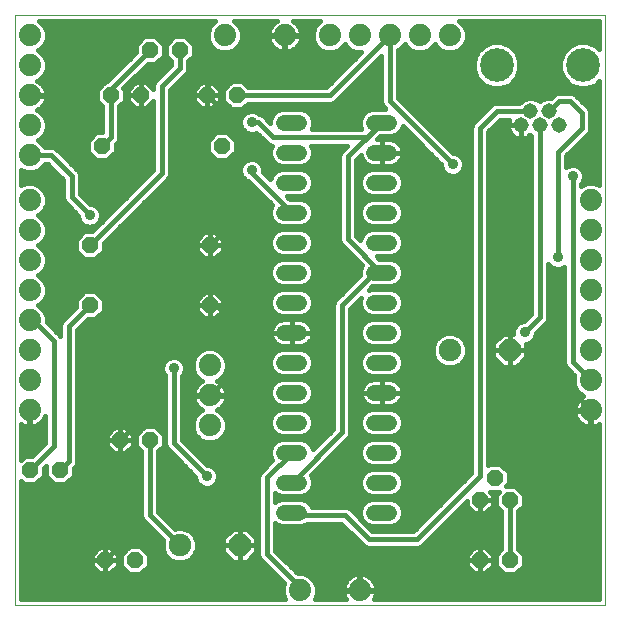
<source format=gbl>
G75*
%MOIN*%
%OFA0B0*%
%FSLAX25Y25*%
%IPPOS*%
%LPD*%
%AMOC8*
5,1,8,0,0,1.08239X$1,22.5*
%
%ADD10C,0.00000*%
%ADD11OC8,0.05200*%
%ADD12C,0.07500*%
%ADD13OC8,0.07500*%
%ADD14C,0.07400*%
%ADD15C,0.05200*%
%ADD16C,0.05150*%
%ADD17C,0.11220*%
%ADD18C,0.01600*%
%ADD19C,0.03562*%
D10*
X0001800Y0002800D02*
X0001800Y0199650D01*
X0198650Y0199650D01*
X0198650Y0002800D01*
X0001800Y0002800D01*
D11*
X0031800Y0017800D03*
X0041800Y0017800D03*
X0016800Y0047800D03*
X0006800Y0047800D03*
X0036800Y0057800D03*
X0046800Y0057800D03*
X0026800Y0102800D03*
X0026800Y0122800D03*
X0030800Y0155800D03*
X0033800Y0172800D03*
X0043800Y0172800D03*
X0046800Y0187800D03*
X0056800Y0187800D03*
X0065800Y0172800D03*
X0075800Y0172800D03*
X0070800Y0155800D03*
X0066800Y0122800D03*
X0066800Y0102800D03*
X0156800Y0037800D03*
X0161800Y0045300D03*
X0166800Y0037800D03*
X0166800Y0017800D03*
X0156800Y0017800D03*
D12*
X0146800Y0087800D03*
X0056800Y0022800D03*
D13*
X0076800Y0022800D03*
X0166800Y0087800D03*
D14*
X0193800Y0087800D03*
X0193800Y0077800D03*
X0193800Y0067800D03*
X0193800Y0097800D03*
X0193800Y0107800D03*
X0193800Y0117800D03*
X0193800Y0127800D03*
X0193800Y0137800D03*
X0146800Y0192800D03*
X0136800Y0192800D03*
X0126800Y0192800D03*
X0116800Y0192800D03*
X0106800Y0192800D03*
X0091800Y0192800D03*
X0071800Y0192800D03*
X0006800Y0192800D03*
X0006800Y0182800D03*
X0006800Y0172800D03*
X0006800Y0162800D03*
X0006800Y0152800D03*
X0006800Y0137800D03*
X0006800Y0127800D03*
X0006800Y0117800D03*
X0006800Y0107800D03*
X0006800Y0097800D03*
X0006800Y0087800D03*
X0006800Y0077800D03*
X0006800Y0067800D03*
X0066800Y0062800D03*
X0066800Y0072800D03*
X0066800Y0082800D03*
X0096800Y0007800D03*
X0116800Y0007800D03*
D15*
X0121483Y0033666D02*
X0126683Y0033666D01*
X0126683Y0043666D02*
X0121483Y0043666D01*
X0121483Y0053666D02*
X0126683Y0053666D01*
X0126683Y0063666D02*
X0121483Y0063666D01*
X0121483Y0073666D02*
X0126683Y0073666D01*
X0126683Y0083666D02*
X0121483Y0083666D01*
X0121483Y0093666D02*
X0126683Y0093666D01*
X0126683Y0103666D02*
X0121483Y0103666D01*
X0121483Y0113666D02*
X0126683Y0113666D01*
X0126683Y0123666D02*
X0121483Y0123666D01*
X0121483Y0133666D02*
X0126683Y0133666D01*
X0126683Y0143666D02*
X0121483Y0143666D01*
X0121483Y0153666D02*
X0126683Y0153666D01*
X0126683Y0163666D02*
X0121483Y0163666D01*
X0096683Y0163666D02*
X0091483Y0163666D01*
X0091483Y0153666D02*
X0096683Y0153666D01*
X0096683Y0143666D02*
X0091483Y0143666D01*
X0091483Y0133666D02*
X0096683Y0133666D01*
X0096683Y0123666D02*
X0091483Y0123666D01*
X0091483Y0113666D02*
X0096683Y0113666D01*
X0096683Y0103666D02*
X0091483Y0103666D01*
X0091483Y0093666D02*
X0096683Y0093666D01*
X0096683Y0083666D02*
X0091483Y0083666D01*
X0091483Y0073666D02*
X0096683Y0073666D01*
X0096683Y0063666D02*
X0091483Y0063666D01*
X0091483Y0053666D02*
X0096683Y0053666D01*
X0096683Y0043666D02*
X0091483Y0043666D01*
X0091483Y0033666D02*
X0096683Y0033666D01*
D16*
X0170501Y0162721D03*
X0173650Y0167446D03*
X0176800Y0162721D03*
X0179950Y0167446D03*
X0183099Y0162721D03*
D17*
X0191170Y0182800D03*
X0162430Y0182800D03*
D18*
X0167765Y0188227D02*
X0185835Y0188227D01*
X0186859Y0189252D02*
X0184718Y0187111D01*
X0183560Y0184314D01*
X0183560Y0181286D01*
X0184718Y0178489D01*
X0186859Y0176348D01*
X0189656Y0175190D01*
X0192684Y0175190D01*
X0195481Y0176348D01*
X0196650Y0177518D01*
X0196650Y0142789D01*
X0194934Y0143500D01*
X0192666Y0143500D01*
X0190600Y0142644D01*
X0190600Y0143253D01*
X0191005Y0143658D01*
X0191581Y0145048D01*
X0191581Y0146552D01*
X0191005Y0147942D01*
X0189942Y0149005D01*
X0188552Y0149581D01*
X0187048Y0149581D01*
X0185658Y0149005D01*
X0185600Y0148947D01*
X0185600Y0152640D01*
X0192386Y0159426D01*
X0193174Y0160214D01*
X0193600Y0161243D01*
X0193600Y0167357D01*
X0193174Y0168386D01*
X0189174Y0172386D01*
X0188386Y0173174D01*
X0187357Y0173600D01*
X0182747Y0173600D01*
X0181718Y0173174D01*
X0180565Y0172020D01*
X0179040Y0172020D01*
X0177358Y0171324D01*
X0176800Y0170766D01*
X0176242Y0171324D01*
X0174560Y0172020D01*
X0172740Y0172020D01*
X0171059Y0171324D01*
X0169981Y0170246D01*
X0161889Y0170246D01*
X0160860Y0169819D01*
X0154426Y0163386D01*
X0154000Y0162357D01*
X0154000Y0046960D01*
X0134640Y0027600D01*
X0120960Y0027600D01*
X0114174Y0034386D01*
X0113386Y0035174D01*
X0112357Y0035600D01*
X0100861Y0035600D01*
X0100583Y0036272D01*
X0099289Y0037566D01*
X0097598Y0038266D01*
X0090568Y0038266D01*
X0088878Y0037566D01*
X0088600Y0037288D01*
X0088600Y0040044D01*
X0088878Y0039766D01*
X0090568Y0039066D01*
X0097598Y0039066D01*
X0099289Y0039766D01*
X0100583Y0041060D01*
X0101283Y0042751D01*
X0101283Y0044581D01*
X0100602Y0046225D01*
X0113174Y0058797D01*
X0113600Y0059826D01*
X0113600Y0101640D01*
X0117126Y0105166D01*
X0116883Y0104581D01*
X0116883Y0102751D01*
X0117584Y0101060D01*
X0118878Y0099766D01*
X0120568Y0099066D01*
X0127598Y0099066D01*
X0129289Y0099766D01*
X0130583Y0101060D01*
X0131283Y0102751D01*
X0131283Y0104581D01*
X0130583Y0106272D01*
X0129289Y0107566D01*
X0127598Y0108266D01*
X0120568Y0108266D01*
X0119984Y0108024D01*
X0121026Y0109066D01*
X0127598Y0109066D01*
X0129289Y0109766D01*
X0130583Y0111060D01*
X0131283Y0112751D01*
X0131283Y0114581D01*
X0130583Y0116272D01*
X0129289Y0117566D01*
X0127598Y0118266D01*
X0123294Y0118266D01*
X0122494Y0119066D01*
X0127598Y0119066D01*
X0129289Y0119766D01*
X0130583Y0121060D01*
X0131283Y0122751D01*
X0131283Y0124581D01*
X0130583Y0126272D01*
X0129289Y0127566D01*
X0127598Y0128266D01*
X0120568Y0128266D01*
X0118878Y0127566D01*
X0117584Y0126272D01*
X0116911Y0124648D01*
X0115600Y0125960D01*
X0115600Y0151223D01*
X0117167Y0152790D01*
X0117192Y0152636D01*
X0117406Y0151977D01*
X0117720Y0151360D01*
X0118127Y0150800D01*
X0118617Y0150310D01*
X0119177Y0149903D01*
X0119794Y0149588D01*
X0120453Y0149374D01*
X0121137Y0149266D01*
X0124083Y0149266D01*
X0124083Y0153666D01*
X0124084Y0153666D01*
X0124084Y0153666D01*
X0131083Y0153666D01*
X0131083Y0153320D01*
X0130975Y0152636D01*
X0130761Y0151977D01*
X0130447Y0151360D01*
X0130040Y0150800D01*
X0129550Y0150310D01*
X0128990Y0149903D01*
X0128372Y0149588D01*
X0127714Y0149374D01*
X0127030Y0149266D01*
X0124084Y0149266D01*
X0124084Y0153666D01*
X0131083Y0153666D01*
X0131083Y0154012D01*
X0130975Y0154696D01*
X0130761Y0155355D01*
X0130447Y0155972D01*
X0130040Y0156533D01*
X0129550Y0157022D01*
X0128990Y0157429D01*
X0128372Y0157744D01*
X0127714Y0157958D01*
X0127030Y0158066D01*
X0124084Y0158066D01*
X0124084Y0153666D01*
X0124083Y0153666D01*
X0124083Y0158066D01*
X0122443Y0158066D01*
X0123443Y0159066D01*
X0127598Y0159066D01*
X0129289Y0159766D01*
X0130583Y0161060D01*
X0131168Y0162472D01*
X0144019Y0149621D01*
X0144019Y0149048D01*
X0144595Y0147658D01*
X0145658Y0146595D01*
X0147048Y0146019D01*
X0148552Y0146019D01*
X0149942Y0146595D01*
X0151005Y0147658D01*
X0151581Y0149048D01*
X0151581Y0150552D01*
X0151005Y0151942D01*
X0149942Y0153005D01*
X0148552Y0153581D01*
X0147979Y0153581D01*
X0129600Y0171960D01*
X0129600Y0187790D01*
X0130029Y0187968D01*
X0131632Y0189571D01*
X0131800Y0189976D01*
X0131968Y0189571D01*
X0133571Y0187968D01*
X0135666Y0187100D01*
X0137934Y0187100D01*
X0140029Y0187968D01*
X0141632Y0189571D01*
X0141800Y0189976D01*
X0141968Y0189571D01*
X0143571Y0187968D01*
X0145666Y0187100D01*
X0147934Y0187100D01*
X0150029Y0187968D01*
X0151632Y0189571D01*
X0152500Y0191666D01*
X0152500Y0193934D01*
X0151632Y0196029D01*
X0150029Y0197632D01*
X0149985Y0197650D01*
X0196650Y0197650D01*
X0196650Y0188082D01*
X0195481Y0189252D01*
X0192684Y0190410D01*
X0189656Y0190410D01*
X0186859Y0189252D01*
X0188245Y0189826D02*
X0165355Y0189826D01*
X0166741Y0189252D02*
X0163944Y0190410D01*
X0160916Y0190410D01*
X0158119Y0189252D01*
X0155978Y0187111D01*
X0154820Y0184314D01*
X0154820Y0181286D01*
X0155978Y0178489D01*
X0158119Y0176348D01*
X0160916Y0175190D01*
X0163944Y0175190D01*
X0166741Y0176348D01*
X0168882Y0178489D01*
X0170040Y0181286D01*
X0170040Y0184314D01*
X0168882Y0187111D01*
X0166741Y0189252D01*
X0169081Y0186629D02*
X0184519Y0186629D01*
X0183857Y0185030D02*
X0169743Y0185030D01*
X0170040Y0183432D02*
X0183560Y0183432D01*
X0183560Y0181833D02*
X0170040Y0181833D01*
X0169605Y0180235D02*
X0183995Y0180235D01*
X0184657Y0178636D02*
X0168942Y0178636D01*
X0167430Y0177038D02*
X0186170Y0177038D01*
X0189054Y0175439D02*
X0164546Y0175439D01*
X0160314Y0175439D02*
X0129600Y0175439D01*
X0129600Y0173841D02*
X0196650Y0173841D01*
X0196650Y0175439D02*
X0193286Y0175439D01*
X0196170Y0177038D02*
X0196650Y0177038D01*
X0196650Y0172242D02*
X0189318Y0172242D01*
X0190916Y0170644D02*
X0196650Y0170644D01*
X0196650Y0169045D02*
X0192515Y0169045D01*
X0193563Y0167447D02*
X0196650Y0167447D01*
X0196650Y0165848D02*
X0193600Y0165848D01*
X0193600Y0164250D02*
X0196650Y0164250D01*
X0196650Y0162651D02*
X0193600Y0162651D01*
X0193521Y0161053D02*
X0196650Y0161053D01*
X0196650Y0159454D02*
X0192414Y0159454D01*
X0190815Y0157856D02*
X0196650Y0157856D01*
X0196650Y0156257D02*
X0189217Y0156257D01*
X0187618Y0154659D02*
X0196650Y0154659D01*
X0196650Y0153060D02*
X0186020Y0153060D01*
X0185600Y0151462D02*
X0196650Y0151462D01*
X0196650Y0149863D02*
X0185600Y0149863D01*
X0187800Y0145800D02*
X0187800Y0083800D01*
X0193800Y0077800D01*
X0191264Y0072681D02*
X0190917Y0072504D01*
X0190217Y0071995D01*
X0189605Y0071383D01*
X0189096Y0070683D01*
X0188703Y0069911D01*
X0188435Y0069088D01*
X0188300Y0068233D01*
X0188300Y0068000D01*
X0193600Y0068000D01*
X0193600Y0067600D01*
X0194000Y0067600D01*
X0194000Y0062300D01*
X0194233Y0062300D01*
X0195088Y0062435D01*
X0195911Y0062703D01*
X0196650Y0063080D01*
X0196650Y0004800D01*
X0121419Y0004800D01*
X0121504Y0004917D01*
X0121897Y0005689D01*
X0122165Y0006512D01*
X0122300Y0007367D01*
X0122300Y0007600D01*
X0117000Y0007600D01*
X0117000Y0008000D01*
X0116600Y0008000D01*
X0116600Y0013300D01*
X0116367Y0013300D01*
X0115512Y0013165D01*
X0114689Y0012897D01*
X0113917Y0012504D01*
X0113217Y0011995D01*
X0112605Y0011383D01*
X0112096Y0010683D01*
X0111703Y0009911D01*
X0111435Y0009088D01*
X0111300Y0008233D01*
X0111300Y0008000D01*
X0116600Y0008000D01*
X0116600Y0007600D01*
X0111300Y0007600D01*
X0111300Y0007367D01*
X0111435Y0006512D01*
X0111703Y0005689D01*
X0112096Y0004917D01*
X0112181Y0004800D01*
X0101727Y0004800D01*
X0102500Y0006666D01*
X0102500Y0008934D01*
X0101632Y0011029D01*
X0100029Y0012632D01*
X0097934Y0013500D01*
X0096060Y0013500D01*
X0088600Y0020960D01*
X0088600Y0030044D01*
X0088878Y0029766D01*
X0090568Y0029066D01*
X0097598Y0029066D01*
X0099289Y0029766D01*
X0099523Y0030000D01*
X0110640Y0030000D01*
X0118214Y0022426D01*
X0119243Y0022000D01*
X0136357Y0022000D01*
X0137386Y0022426D01*
X0138174Y0023214D01*
X0152400Y0037440D01*
X0152400Y0035977D01*
X0154977Y0033400D01*
X0156800Y0033400D01*
X0158623Y0033400D01*
X0161200Y0035977D01*
X0161200Y0037800D01*
X0161200Y0039623D01*
X0160123Y0040700D01*
X0163195Y0040700D01*
X0162200Y0039705D01*
X0162200Y0035895D01*
X0164000Y0034095D01*
X0164000Y0021505D01*
X0162200Y0019705D01*
X0162200Y0015895D01*
X0164895Y0013200D01*
X0168705Y0013200D01*
X0171400Y0015895D01*
X0171400Y0019705D01*
X0169600Y0021505D01*
X0169600Y0034095D01*
X0171400Y0035895D01*
X0171400Y0039705D01*
X0168705Y0042400D01*
X0165405Y0042400D01*
X0166400Y0043395D01*
X0166400Y0047205D01*
X0163705Y0049900D01*
X0159895Y0049900D01*
X0159600Y0049605D01*
X0159600Y0160640D01*
X0163605Y0164646D01*
X0166571Y0164646D01*
X0166446Y0164401D01*
X0166234Y0163746D01*
X0166126Y0163066D01*
X0166126Y0162721D01*
X0166126Y0162377D01*
X0166234Y0161697D01*
X0166446Y0161042D01*
X0166759Y0160428D01*
X0167164Y0159871D01*
X0167651Y0159384D01*
X0168208Y0158980D01*
X0168821Y0158667D01*
X0169476Y0158454D01*
X0170156Y0158346D01*
X0170501Y0158346D01*
X0170845Y0158346D01*
X0171525Y0158454D01*
X0172180Y0158667D01*
X0172794Y0158980D01*
X0173351Y0159384D01*
X0173509Y0159543D01*
X0174000Y0159052D01*
X0174000Y0099960D01*
X0171621Y0097581D01*
X0171048Y0097581D01*
X0169658Y0097005D01*
X0168595Y0095942D01*
X0168019Y0094552D01*
X0168019Y0093350D01*
X0166800Y0093350D01*
X0166800Y0087800D01*
X0173800Y0087800D01*
X0193800Y0067800D01*
X0193600Y0067600D02*
X0193600Y0062300D01*
X0193367Y0062300D01*
X0192512Y0062435D01*
X0191689Y0062703D01*
X0190917Y0063096D01*
X0190217Y0063605D01*
X0189605Y0064217D01*
X0189096Y0064917D01*
X0188703Y0065689D01*
X0188435Y0066512D01*
X0188300Y0067367D01*
X0188300Y0067600D01*
X0193600Y0067600D01*
X0193600Y0066740D02*
X0194000Y0066740D01*
X0194000Y0065142D02*
X0193600Y0065142D01*
X0193600Y0063543D02*
X0194000Y0063543D01*
X0196650Y0061945D02*
X0159600Y0061945D01*
X0159600Y0063543D02*
X0190302Y0063543D01*
X0188982Y0065142D02*
X0159600Y0065142D01*
X0159600Y0066740D02*
X0188399Y0066740D01*
X0188317Y0068339D02*
X0159600Y0068339D01*
X0159600Y0069937D02*
X0188716Y0069937D01*
X0189758Y0071536D02*
X0159600Y0071536D01*
X0159600Y0073134D02*
X0190404Y0073134D01*
X0190571Y0072968D02*
X0188968Y0074571D01*
X0188100Y0076666D01*
X0188100Y0078934D01*
X0188278Y0079363D01*
X0186214Y0081426D01*
X0185426Y0082214D01*
X0185000Y0083243D01*
X0185000Y0115653D01*
X0184942Y0115595D01*
X0183552Y0115019D01*
X0182048Y0115019D01*
X0180658Y0115595D01*
X0179600Y0116653D01*
X0179600Y0098243D01*
X0179174Y0097214D01*
X0178386Y0096426D01*
X0175581Y0093621D01*
X0175581Y0093048D01*
X0175005Y0091658D01*
X0173942Y0090595D01*
X0172552Y0090019D01*
X0172350Y0090019D01*
X0172350Y0087800D01*
X0166800Y0087800D01*
X0166800Y0087800D01*
X0166800Y0087800D01*
X0172350Y0087800D01*
X0172350Y0085501D01*
X0169099Y0082250D01*
X0166800Y0082250D01*
X0166800Y0087800D01*
X0166800Y0087800D01*
X0166800Y0087800D01*
X0161250Y0087800D01*
X0161250Y0090099D01*
X0164501Y0093350D01*
X0166800Y0093350D01*
X0166800Y0087800D01*
X0166800Y0082250D01*
X0164501Y0082250D01*
X0161250Y0085501D01*
X0161250Y0087800D01*
X0166800Y0087800D01*
X0166800Y0087521D02*
X0166800Y0087521D01*
X0166800Y0085923D02*
X0166800Y0085923D01*
X0166800Y0084324D02*
X0166800Y0084324D01*
X0166800Y0082726D02*
X0166800Y0082726D01*
X0169574Y0082726D02*
X0185214Y0082726D01*
X0185000Y0084324D02*
X0171173Y0084324D01*
X0172350Y0085923D02*
X0185000Y0085923D01*
X0185000Y0087521D02*
X0172350Y0087521D01*
X0172350Y0089120D02*
X0185000Y0089120D01*
X0185000Y0090718D02*
X0174065Y0090718D01*
X0175278Y0092317D02*
X0185000Y0092317D01*
X0185000Y0093915D02*
X0175875Y0093915D01*
X0177473Y0095514D02*
X0185000Y0095514D01*
X0185000Y0097112D02*
X0179072Y0097112D01*
X0179600Y0098711D02*
X0185000Y0098711D01*
X0185000Y0100309D02*
X0179600Y0100309D01*
X0179600Y0101908D02*
X0185000Y0101908D01*
X0185000Y0103506D02*
X0179600Y0103506D01*
X0179600Y0105105D02*
X0185000Y0105105D01*
X0185000Y0106703D02*
X0179600Y0106703D01*
X0179600Y0108302D02*
X0185000Y0108302D01*
X0185000Y0109900D02*
X0179600Y0109900D01*
X0179600Y0111499D02*
X0185000Y0111499D01*
X0185000Y0113097D02*
X0179600Y0113097D01*
X0179600Y0114696D02*
X0185000Y0114696D01*
X0182800Y0118800D02*
X0182800Y0153800D01*
X0190800Y0161800D01*
X0190800Y0166800D01*
X0186800Y0170800D01*
X0183304Y0170800D01*
X0179950Y0167446D01*
X0180786Y0172242D02*
X0129600Y0172242D01*
X0130916Y0170644D02*
X0170379Y0170644D01*
X0173650Y0167446D02*
X0162446Y0167446D01*
X0156800Y0161800D01*
X0156800Y0045800D01*
X0135800Y0024800D01*
X0119800Y0024800D01*
X0111800Y0032800D01*
X0094950Y0032800D01*
X0094083Y0033666D01*
X0089847Y0037967D02*
X0088600Y0037967D01*
X0088600Y0039566D02*
X0089362Y0039566D01*
X0094083Y0043666D02*
X0110800Y0060383D01*
X0110800Y0102800D01*
X0121666Y0113666D01*
X0123934Y0113666D01*
X0112800Y0124800D01*
X0112800Y0152383D01*
X0124083Y0163666D01*
X0119217Y0158800D01*
X0087800Y0158800D01*
X0082800Y0163800D01*
X0080800Y0163800D01*
X0083347Y0166600D02*
X0082942Y0167005D01*
X0081552Y0167581D01*
X0080048Y0167581D01*
X0078658Y0167005D01*
X0077595Y0165942D01*
X0077019Y0164552D01*
X0077019Y0163048D01*
X0077595Y0161658D01*
X0078658Y0160595D01*
X0080048Y0160019D01*
X0081552Y0160019D01*
X0082308Y0160332D01*
X0085426Y0157214D01*
X0086214Y0156426D01*
X0087243Y0156000D01*
X0087471Y0156000D01*
X0086883Y0154581D01*
X0086883Y0152751D01*
X0087584Y0151060D01*
X0088878Y0149766D01*
X0090568Y0149066D01*
X0097598Y0149066D01*
X0099289Y0149766D01*
X0100583Y0151060D01*
X0101283Y0152751D01*
X0101283Y0154581D01*
X0100696Y0156000D01*
X0112458Y0156000D01*
X0110426Y0153969D01*
X0110000Y0152940D01*
X0110000Y0124243D01*
X0110426Y0123214D01*
X0111214Y0122426D01*
X0117521Y0116120D01*
X0116883Y0114581D01*
X0116883Y0112843D01*
X0109214Y0105174D01*
X0108426Y0104386D01*
X0108000Y0103357D01*
X0108000Y0061542D01*
X0101212Y0054754D01*
X0100583Y0056272D01*
X0099289Y0057566D01*
X0097598Y0058266D01*
X0090568Y0058266D01*
X0088878Y0057566D01*
X0087584Y0056272D01*
X0086883Y0054581D01*
X0086883Y0052751D01*
X0087565Y0051107D01*
X0083426Y0046969D01*
X0083000Y0045940D01*
X0083000Y0019243D01*
X0083426Y0018214D01*
X0084214Y0017426D01*
X0091571Y0010070D01*
X0091100Y0008934D01*
X0091100Y0006666D01*
X0091873Y0004800D01*
X0003800Y0004800D01*
X0003800Y0044295D01*
X0004895Y0043200D01*
X0008705Y0043200D01*
X0011400Y0045895D01*
X0011400Y0048440D01*
X0012200Y0049240D01*
X0012200Y0045895D01*
X0014895Y0043200D01*
X0018705Y0043200D01*
X0021400Y0045895D01*
X0021400Y0048440D01*
X0022174Y0049214D01*
X0022600Y0050243D01*
X0022600Y0094640D01*
X0026160Y0098200D01*
X0028705Y0098200D01*
X0031400Y0100895D01*
X0031400Y0104705D01*
X0028705Y0107400D01*
X0024895Y0107400D01*
X0022200Y0104705D01*
X0022200Y0102160D01*
X0018214Y0098174D01*
X0017426Y0097386D01*
X0017000Y0096357D01*
X0017000Y0092560D01*
X0016386Y0093174D01*
X0012500Y0097060D01*
X0012500Y0098934D01*
X0011632Y0101029D01*
X0010029Y0102632D01*
X0009624Y0102800D01*
X0010029Y0102968D01*
X0011632Y0104571D01*
X0012500Y0106666D01*
X0012500Y0108934D01*
X0011632Y0111029D01*
X0010029Y0112632D01*
X0009624Y0112800D01*
X0010029Y0112968D01*
X0011632Y0114571D01*
X0012500Y0116666D01*
X0012500Y0118934D01*
X0011632Y0121029D01*
X0010029Y0122632D01*
X0009624Y0122800D01*
X0010029Y0122968D01*
X0011632Y0124571D01*
X0012500Y0126666D01*
X0012500Y0128934D01*
X0011632Y0131029D01*
X0010029Y0132632D01*
X0009624Y0132800D01*
X0010029Y0132968D01*
X0011632Y0134571D01*
X0012500Y0136666D01*
X0012500Y0138934D01*
X0011632Y0141029D01*
X0010029Y0142632D01*
X0007934Y0143500D01*
X0005666Y0143500D01*
X0003800Y0142727D01*
X0003800Y0147873D01*
X0005666Y0147100D01*
X0007934Y0147100D01*
X0010029Y0147968D01*
X0011632Y0149571D01*
X0011810Y0150000D01*
X0012640Y0150000D01*
X0018000Y0144640D01*
X0018000Y0138243D01*
X0018426Y0137214D01*
X0023019Y0132621D01*
X0023019Y0132048D01*
X0023595Y0130658D01*
X0024658Y0129595D01*
X0026048Y0129019D01*
X0027552Y0129019D01*
X0028942Y0129595D01*
X0030005Y0130658D01*
X0030581Y0132048D01*
X0030581Y0133552D01*
X0030005Y0134942D01*
X0028942Y0136005D01*
X0027552Y0136581D01*
X0026979Y0136581D01*
X0023600Y0139960D01*
X0023600Y0146357D01*
X0023174Y0147386D01*
X0022386Y0148174D01*
X0015386Y0155174D01*
X0014357Y0155600D01*
X0011810Y0155600D01*
X0011632Y0156029D01*
X0010029Y0157632D01*
X0009624Y0157800D01*
X0010029Y0157968D01*
X0011632Y0159571D01*
X0012500Y0161666D01*
X0012500Y0163934D01*
X0011632Y0166029D01*
X0010029Y0167632D01*
X0009336Y0167919D01*
X0009683Y0168096D01*
X0010383Y0168605D01*
X0010995Y0169217D01*
X0011504Y0169917D01*
X0011897Y0170689D01*
X0012165Y0171512D01*
X0012300Y0172367D01*
X0012300Y0172600D01*
X0007000Y0172600D01*
X0007000Y0173000D01*
X0012300Y0173000D01*
X0012300Y0173233D01*
X0012165Y0174088D01*
X0011897Y0174911D01*
X0011504Y0175683D01*
X0010995Y0176383D01*
X0010383Y0176995D01*
X0009683Y0177504D01*
X0009336Y0177681D01*
X0010029Y0177968D01*
X0011632Y0179571D01*
X0012500Y0181666D01*
X0012500Y0183934D01*
X0011632Y0186029D01*
X0010029Y0187632D01*
X0009624Y0187800D01*
X0010029Y0187968D01*
X0011632Y0189571D01*
X0012500Y0191666D01*
X0012500Y0193934D01*
X0011632Y0196029D01*
X0010029Y0197632D01*
X0009985Y0197650D01*
X0068615Y0197650D01*
X0068571Y0197632D01*
X0066968Y0196029D01*
X0066100Y0193934D01*
X0066100Y0191666D01*
X0066968Y0189571D01*
X0068571Y0187968D01*
X0070666Y0187100D01*
X0072934Y0187100D01*
X0075029Y0187968D01*
X0076632Y0189571D01*
X0077500Y0191666D01*
X0077500Y0193934D01*
X0076632Y0196029D01*
X0075029Y0197632D01*
X0074985Y0197650D01*
X0089205Y0197650D01*
X0088917Y0197504D01*
X0088217Y0196995D01*
X0087605Y0196383D01*
X0087096Y0195683D01*
X0086703Y0194911D01*
X0086435Y0194088D01*
X0086300Y0193233D01*
X0086300Y0193000D01*
X0091600Y0193000D01*
X0091600Y0192600D01*
X0092000Y0192600D01*
X0092000Y0193000D01*
X0097300Y0193000D01*
X0097300Y0193233D01*
X0097165Y0194088D01*
X0096897Y0194911D01*
X0096504Y0195683D01*
X0095995Y0196383D01*
X0095383Y0196995D01*
X0094683Y0197504D01*
X0094395Y0197650D01*
X0103615Y0197650D01*
X0103571Y0197632D01*
X0101968Y0196029D01*
X0101100Y0193934D01*
X0101100Y0191666D01*
X0101968Y0189571D01*
X0103571Y0187968D01*
X0105666Y0187100D01*
X0107934Y0187100D01*
X0110029Y0187968D01*
X0111632Y0189571D01*
X0111800Y0189976D01*
X0111968Y0189571D01*
X0113571Y0187968D01*
X0115666Y0187100D01*
X0117140Y0187100D01*
X0105640Y0175600D01*
X0079505Y0175600D01*
X0077705Y0177400D01*
X0073895Y0177400D01*
X0071200Y0174705D01*
X0071200Y0170895D01*
X0073895Y0168200D01*
X0077705Y0168200D01*
X0079505Y0170000D01*
X0107357Y0170000D01*
X0108386Y0170426D01*
X0124000Y0186040D01*
X0124000Y0170243D01*
X0124426Y0169214D01*
X0125214Y0168426D01*
X0125374Y0168266D01*
X0120568Y0168266D01*
X0118878Y0167566D01*
X0117584Y0166272D01*
X0116883Y0164581D01*
X0116883Y0162751D01*
X0117360Y0161600D01*
X0100807Y0161600D01*
X0101283Y0162751D01*
X0101283Y0164581D01*
X0100583Y0166272D01*
X0099289Y0167566D01*
X0097598Y0168266D01*
X0090568Y0168266D01*
X0088878Y0167566D01*
X0087584Y0166272D01*
X0086883Y0164581D01*
X0086883Y0163676D01*
X0084386Y0166174D01*
X0083357Y0166600D01*
X0083347Y0166600D01*
X0084712Y0165848D02*
X0087408Y0165848D01*
X0086883Y0164250D02*
X0086310Y0164250D01*
X0088759Y0167447D02*
X0081877Y0167447D01*
X0079723Y0167447D02*
X0053600Y0167447D01*
X0053600Y0169045D02*
X0063332Y0169045D01*
X0063977Y0168400D02*
X0065800Y0168400D01*
X0067623Y0168400D01*
X0070200Y0170977D01*
X0070200Y0172800D01*
X0070200Y0174623D01*
X0067623Y0177200D01*
X0065800Y0177200D01*
X0065800Y0172800D01*
X0075800Y0162800D01*
X0075800Y0131800D01*
X0066800Y0122800D01*
X0066800Y0102800D01*
X0068800Y0102800D01*
X0076800Y0094800D01*
X0076800Y0082800D01*
X0066800Y0072800D01*
X0067000Y0073000D02*
X0072300Y0073000D01*
X0072300Y0073233D01*
X0072165Y0074088D01*
X0071897Y0074911D01*
X0071504Y0075683D01*
X0070995Y0076383D01*
X0070383Y0076995D01*
X0069683Y0077504D01*
X0069336Y0077681D01*
X0070029Y0077968D01*
X0071632Y0079571D01*
X0072500Y0081666D01*
X0072500Y0083934D01*
X0071632Y0086029D01*
X0070029Y0087632D01*
X0067934Y0088500D01*
X0065666Y0088500D01*
X0063571Y0087632D01*
X0061968Y0086029D01*
X0061100Y0083934D01*
X0061100Y0081666D01*
X0061968Y0079571D01*
X0063571Y0077968D01*
X0064264Y0077681D01*
X0063917Y0077504D01*
X0063217Y0076995D01*
X0062605Y0076383D01*
X0062096Y0075683D01*
X0061703Y0074911D01*
X0061435Y0074088D01*
X0061300Y0073233D01*
X0061300Y0073000D01*
X0066600Y0073000D01*
X0066600Y0072600D01*
X0061300Y0072600D01*
X0061300Y0072367D01*
X0061435Y0071512D01*
X0061703Y0070689D01*
X0062096Y0069917D01*
X0062605Y0069217D01*
X0063217Y0068605D01*
X0063917Y0068096D01*
X0064264Y0067919D01*
X0063571Y0067632D01*
X0061968Y0066029D01*
X0061100Y0063934D01*
X0061100Y0061666D01*
X0061968Y0059571D01*
X0063571Y0057968D01*
X0065666Y0057100D01*
X0067934Y0057100D01*
X0070029Y0057968D01*
X0071632Y0059571D01*
X0072500Y0061666D01*
X0072500Y0063934D01*
X0071632Y0066029D01*
X0070029Y0067632D01*
X0069336Y0067919D01*
X0069683Y0068096D01*
X0070383Y0068605D01*
X0070995Y0069217D01*
X0071504Y0069917D01*
X0071897Y0070689D01*
X0072165Y0071512D01*
X0072300Y0072367D01*
X0072300Y0072600D01*
X0067000Y0072600D01*
X0067000Y0073000D01*
X0071033Y0076332D02*
X0087643Y0076332D01*
X0087584Y0076272D02*
X0086883Y0074581D01*
X0086883Y0072751D01*
X0087584Y0071060D01*
X0088878Y0069766D01*
X0090568Y0069066D01*
X0097598Y0069066D01*
X0099289Y0069766D01*
X0100583Y0071060D01*
X0101283Y0072751D01*
X0101283Y0074581D01*
X0100583Y0076272D01*
X0099289Y0077566D01*
X0097598Y0078266D01*
X0090568Y0078266D01*
X0088878Y0077566D01*
X0087584Y0076272D01*
X0086946Y0074733D02*
X0071955Y0074733D01*
X0072300Y0073134D02*
X0086883Y0073134D01*
X0087387Y0071536D02*
X0072168Y0071536D01*
X0071514Y0069937D02*
X0088707Y0069937D01*
X0088878Y0067566D02*
X0087584Y0066272D01*
X0086883Y0064581D01*
X0086883Y0062751D01*
X0087584Y0061060D01*
X0088878Y0059766D01*
X0090568Y0059066D01*
X0097598Y0059066D01*
X0099289Y0059766D01*
X0100583Y0061060D01*
X0101283Y0062751D01*
X0101283Y0064581D01*
X0100583Y0066272D01*
X0099289Y0067566D01*
X0097598Y0068266D01*
X0090568Y0068266D01*
X0088878Y0067566D01*
X0088052Y0066740D02*
X0070921Y0066740D01*
X0070017Y0068339D02*
X0108000Y0068339D01*
X0108000Y0069937D02*
X0099460Y0069937D01*
X0100780Y0071536D02*
X0108000Y0071536D01*
X0108000Y0073134D02*
X0101283Y0073134D01*
X0101221Y0074733D02*
X0108000Y0074733D01*
X0108000Y0076332D02*
X0100523Y0076332D01*
X0098410Y0077930D02*
X0108000Y0077930D01*
X0108000Y0079529D02*
X0098715Y0079529D01*
X0099289Y0079766D02*
X0100583Y0081060D01*
X0101283Y0082751D01*
X0101283Y0084581D01*
X0100583Y0086272D01*
X0099289Y0087566D01*
X0097598Y0088266D01*
X0090568Y0088266D01*
X0088878Y0087566D01*
X0087584Y0086272D01*
X0086883Y0084581D01*
X0086883Y0082751D01*
X0087584Y0081060D01*
X0088878Y0079766D01*
X0090568Y0079066D01*
X0097598Y0079066D01*
X0099289Y0079766D01*
X0100611Y0081127D02*
X0108000Y0081127D01*
X0108000Y0082726D02*
X0101273Y0082726D01*
X0101283Y0084324D02*
X0108000Y0084324D01*
X0108000Y0085923D02*
X0100728Y0085923D01*
X0099334Y0087521D02*
X0108000Y0087521D01*
X0108000Y0089120D02*
X0022600Y0089120D01*
X0022600Y0090718D02*
X0088209Y0090718D01*
X0088127Y0090800D02*
X0088617Y0090310D01*
X0089177Y0089903D01*
X0089794Y0089588D01*
X0090453Y0089374D01*
X0091137Y0089266D01*
X0094083Y0089266D01*
X0094083Y0093666D01*
X0087083Y0093666D01*
X0087083Y0093320D01*
X0087192Y0092636D01*
X0087406Y0091977D01*
X0087720Y0091360D01*
X0088127Y0090800D01*
X0087295Y0092317D02*
X0022600Y0092317D01*
X0022600Y0093915D02*
X0087083Y0093915D01*
X0087083Y0094012D02*
X0087083Y0093666D01*
X0094083Y0093666D01*
X0094083Y0093666D01*
X0094084Y0093666D01*
X0094084Y0093666D01*
X0101083Y0093666D01*
X0101083Y0093320D01*
X0100975Y0092636D01*
X0100761Y0091977D01*
X0100447Y0091360D01*
X0100040Y0090800D01*
X0099550Y0090310D01*
X0098990Y0089903D01*
X0098372Y0089588D01*
X0097714Y0089374D01*
X0097030Y0089266D01*
X0094084Y0089266D01*
X0094084Y0093666D01*
X0101083Y0093666D01*
X0101083Y0094012D01*
X0100975Y0094696D01*
X0100761Y0095355D01*
X0100447Y0095972D01*
X0100040Y0096533D01*
X0099550Y0097022D01*
X0098990Y0097429D01*
X0098372Y0097744D01*
X0097714Y0097958D01*
X0097030Y0098066D01*
X0094084Y0098066D01*
X0094084Y0093666D01*
X0094083Y0093666D01*
X0094083Y0098066D01*
X0091137Y0098066D01*
X0090453Y0097958D01*
X0089794Y0097744D01*
X0089177Y0097429D01*
X0088617Y0097022D01*
X0088127Y0096533D01*
X0087720Y0095972D01*
X0087406Y0095355D01*
X0087192Y0094696D01*
X0087083Y0094012D01*
X0087487Y0095514D02*
X0023473Y0095514D01*
X0025072Y0097112D02*
X0088741Y0097112D01*
X0088878Y0099766D02*
X0090568Y0099066D01*
X0097598Y0099066D01*
X0099289Y0099766D01*
X0100583Y0101060D01*
X0101283Y0102751D01*
X0101283Y0104581D01*
X0100583Y0106272D01*
X0099289Y0107566D01*
X0097598Y0108266D01*
X0090568Y0108266D01*
X0088878Y0107566D01*
X0087584Y0106272D01*
X0086883Y0104581D01*
X0086883Y0102751D01*
X0087584Y0101060D01*
X0088878Y0099766D01*
X0088335Y0100309D02*
X0070532Y0100309D01*
X0071200Y0100977D02*
X0068623Y0098400D01*
X0066800Y0098400D01*
X0066800Y0102800D01*
X0071200Y0102800D01*
X0071200Y0104623D01*
X0068623Y0107200D01*
X0066800Y0107200D01*
X0066800Y0102800D01*
X0066800Y0102800D01*
X0066800Y0102800D01*
X0071200Y0102800D01*
X0071200Y0100977D01*
X0071200Y0101908D02*
X0087233Y0101908D01*
X0086883Y0103506D02*
X0071200Y0103506D01*
X0070718Y0105105D02*
X0087100Y0105105D01*
X0088015Y0106703D02*
X0069119Y0106703D01*
X0066800Y0106703D02*
X0066800Y0106703D01*
X0066800Y0107200D02*
X0064977Y0107200D01*
X0062400Y0104623D01*
X0062400Y0102800D01*
X0066800Y0102800D01*
X0066800Y0102800D01*
X0066800Y0102800D01*
X0066800Y0107200D01*
X0066800Y0105105D02*
X0066800Y0105105D01*
X0066800Y0103506D02*
X0066800Y0103506D01*
X0066800Y0102800D02*
X0062400Y0102800D01*
X0062400Y0100977D01*
X0064977Y0098400D01*
X0066800Y0098400D01*
X0066800Y0102800D01*
X0066800Y0101908D02*
X0066800Y0101908D01*
X0066800Y0100309D02*
X0066800Y0100309D01*
X0066800Y0098711D02*
X0066800Y0098711D01*
X0068933Y0098711D02*
X0108000Y0098711D01*
X0108000Y0100309D02*
X0099832Y0100309D01*
X0100934Y0101908D02*
X0108000Y0101908D01*
X0108062Y0103506D02*
X0101283Y0103506D01*
X0101067Y0105105D02*
X0109145Y0105105D01*
X0110743Y0106703D02*
X0100152Y0106703D01*
X0099289Y0109766D02*
X0097598Y0109066D01*
X0090568Y0109066D01*
X0088878Y0109766D01*
X0087584Y0111060D01*
X0086883Y0112751D01*
X0086883Y0114581D01*
X0087584Y0116272D01*
X0088878Y0117566D01*
X0090568Y0118266D01*
X0097598Y0118266D01*
X0099289Y0117566D01*
X0100583Y0116272D01*
X0101283Y0114581D01*
X0101283Y0112751D01*
X0100583Y0111060D01*
X0099289Y0109766D01*
X0099423Y0109900D02*
X0113940Y0109900D01*
X0112342Y0108302D02*
X0012500Y0108302D01*
X0012500Y0106703D02*
X0024198Y0106703D01*
X0022599Y0105105D02*
X0011853Y0105105D01*
X0010567Y0103506D02*
X0022200Y0103506D01*
X0021948Y0101908D02*
X0010753Y0101908D01*
X0011930Y0100309D02*
X0020349Y0100309D01*
X0018751Y0098711D02*
X0012500Y0098711D01*
X0012500Y0097112D02*
X0017313Y0097112D01*
X0017000Y0095514D02*
X0014046Y0095514D01*
X0015645Y0093915D02*
X0017000Y0093915D01*
X0019800Y0095800D02*
X0019800Y0050800D01*
X0016800Y0047800D01*
X0019867Y0044361D02*
X0044000Y0044361D01*
X0044000Y0042763D02*
X0003800Y0042763D01*
X0003800Y0041164D02*
X0044000Y0041164D01*
X0044000Y0039566D02*
X0003800Y0039566D01*
X0003800Y0037967D02*
X0044000Y0037967D01*
X0044000Y0036369D02*
X0003800Y0036369D01*
X0003800Y0034770D02*
X0044000Y0034770D01*
X0044000Y0033172D02*
X0003800Y0033172D01*
X0003800Y0031573D02*
X0044277Y0031573D01*
X0044426Y0031214D02*
X0045214Y0030426D01*
X0051239Y0024401D01*
X0051050Y0023944D01*
X0051050Y0021656D01*
X0051925Y0019543D01*
X0053543Y0017925D01*
X0055656Y0017050D01*
X0057944Y0017050D01*
X0060057Y0017925D01*
X0061675Y0019543D01*
X0062550Y0021656D01*
X0062550Y0023944D01*
X0061675Y0026057D01*
X0060057Y0027675D01*
X0057944Y0028550D01*
X0055656Y0028550D01*
X0055199Y0028361D01*
X0049600Y0033960D01*
X0049600Y0054095D01*
X0051400Y0055895D01*
X0051400Y0059705D01*
X0048705Y0062400D01*
X0044895Y0062400D01*
X0042200Y0059705D01*
X0042200Y0055895D01*
X0044000Y0054095D01*
X0044000Y0032243D01*
X0044426Y0031214D01*
X0045214Y0030426D02*
X0045214Y0030426D01*
X0045666Y0029975D02*
X0003800Y0029975D01*
X0003800Y0028376D02*
X0047264Y0028376D01*
X0048863Y0026778D02*
X0003800Y0026778D01*
X0003800Y0025179D02*
X0050461Y0025179D01*
X0051050Y0023581D02*
X0003800Y0023581D01*
X0003800Y0021982D02*
X0029760Y0021982D01*
X0029977Y0022200D02*
X0027400Y0019623D01*
X0027400Y0017800D01*
X0031800Y0017800D01*
X0036800Y0022800D01*
X0036800Y0057800D01*
X0041800Y0062800D01*
X0041800Y0072800D01*
X0052000Y0073134D02*
X0022600Y0073134D01*
X0022600Y0071536D02*
X0052000Y0071536D01*
X0052000Y0069937D02*
X0022600Y0069937D01*
X0022600Y0068339D02*
X0052000Y0068339D01*
X0052000Y0066740D02*
X0022600Y0066740D01*
X0022600Y0065142D02*
X0052000Y0065142D01*
X0052000Y0063543D02*
X0022600Y0063543D01*
X0022600Y0061945D02*
X0034722Y0061945D01*
X0034977Y0062200D02*
X0032400Y0059623D01*
X0032400Y0057800D01*
X0036800Y0057800D01*
X0041200Y0057800D01*
X0041200Y0059623D01*
X0038623Y0062200D01*
X0036800Y0062200D01*
X0036800Y0057800D01*
X0036800Y0057800D01*
X0036800Y0057800D01*
X0041200Y0057800D01*
X0041200Y0055977D01*
X0038623Y0053400D01*
X0036800Y0053400D01*
X0036800Y0057800D01*
X0036800Y0057800D01*
X0036800Y0057800D01*
X0036800Y0062200D01*
X0034977Y0062200D01*
X0036800Y0061945D02*
X0036800Y0061945D01*
X0036800Y0060346D02*
X0036800Y0060346D01*
X0036800Y0058748D02*
X0036800Y0058748D01*
X0036800Y0057800D02*
X0032400Y0057800D01*
X0032400Y0055977D01*
X0034977Y0053400D01*
X0036800Y0053400D01*
X0036800Y0057800D01*
X0036800Y0057149D02*
X0036800Y0057149D01*
X0036800Y0055551D02*
X0036800Y0055551D01*
X0036800Y0053952D02*
X0036800Y0053952D01*
X0039175Y0053952D02*
X0044000Y0053952D01*
X0044000Y0052354D02*
X0022600Y0052354D01*
X0022600Y0053952D02*
X0034425Y0053952D01*
X0032827Y0055551D02*
X0022600Y0055551D01*
X0022600Y0057149D02*
X0032400Y0057149D01*
X0032400Y0058748D02*
X0022600Y0058748D01*
X0022600Y0060346D02*
X0033124Y0060346D01*
X0038878Y0061945D02*
X0044440Y0061945D01*
X0042841Y0060346D02*
X0040476Y0060346D01*
X0041200Y0058748D02*
X0042200Y0058748D01*
X0042200Y0057149D02*
X0041200Y0057149D01*
X0040773Y0055551D02*
X0042544Y0055551D01*
X0046800Y0057800D02*
X0046800Y0032800D01*
X0056800Y0022800D01*
X0060917Y0018785D02*
X0072966Y0018785D01*
X0074501Y0017250D02*
X0071250Y0020501D01*
X0071250Y0022800D01*
X0076800Y0022800D01*
X0082350Y0022800D01*
X0082350Y0025099D01*
X0079099Y0028350D01*
X0076800Y0028350D01*
X0076800Y0022800D01*
X0076800Y0022800D01*
X0076800Y0022800D01*
X0082350Y0022800D01*
X0082350Y0020501D01*
X0079099Y0017250D01*
X0076800Y0017250D01*
X0076800Y0022800D01*
X0076800Y0022800D01*
X0076800Y0022800D01*
X0076800Y0028350D01*
X0074501Y0028350D01*
X0071250Y0025099D01*
X0071250Y0022800D01*
X0076800Y0022800D01*
X0076800Y0017250D01*
X0074501Y0017250D01*
X0076800Y0018785D02*
X0076800Y0018785D01*
X0076800Y0020384D02*
X0076800Y0020384D01*
X0076800Y0021982D02*
X0076800Y0021982D01*
X0076800Y0023581D02*
X0076800Y0023581D01*
X0076800Y0025179D02*
X0076800Y0025179D01*
X0076800Y0026778D02*
X0076800Y0026778D01*
X0080671Y0026778D02*
X0083000Y0026778D01*
X0083000Y0028376D02*
X0058363Y0028376D01*
X0060954Y0026778D02*
X0072929Y0026778D01*
X0071330Y0025179D02*
X0062038Y0025179D01*
X0062550Y0023581D02*
X0071250Y0023581D01*
X0071250Y0021982D02*
X0062550Y0021982D01*
X0062023Y0020384D02*
X0071367Y0020384D01*
X0080634Y0018785D02*
X0083190Y0018785D01*
X0083000Y0020384D02*
X0082232Y0020384D01*
X0082350Y0021982D02*
X0083000Y0021982D01*
X0083000Y0023581D02*
X0082350Y0023581D01*
X0082270Y0025179D02*
X0083000Y0025179D01*
X0083000Y0029975D02*
X0053585Y0029975D01*
X0051987Y0031573D02*
X0083000Y0031573D01*
X0083000Y0033172D02*
X0050388Y0033172D01*
X0049600Y0034770D02*
X0083000Y0034770D01*
X0083000Y0036369D02*
X0049600Y0036369D01*
X0049600Y0037967D02*
X0083000Y0037967D01*
X0083000Y0039566D02*
X0049600Y0039566D01*
X0049600Y0041164D02*
X0083000Y0041164D01*
X0083000Y0042763D02*
X0068110Y0042763D01*
X0067942Y0042595D02*
X0069005Y0043658D01*
X0069581Y0045048D01*
X0069581Y0046552D01*
X0069005Y0047942D01*
X0067942Y0049005D01*
X0066552Y0049581D01*
X0065979Y0049581D01*
X0057600Y0057960D01*
X0057600Y0079253D01*
X0058005Y0079658D01*
X0058581Y0081048D01*
X0058581Y0082552D01*
X0058005Y0083942D01*
X0056942Y0085005D01*
X0055552Y0085581D01*
X0054048Y0085581D01*
X0052658Y0085005D01*
X0051595Y0083942D01*
X0051019Y0082552D01*
X0051019Y0081048D01*
X0051595Y0079658D01*
X0052000Y0079253D01*
X0052000Y0056243D01*
X0052426Y0055214D01*
X0062019Y0045621D01*
X0062019Y0045048D01*
X0062595Y0043658D01*
X0063658Y0042595D01*
X0065048Y0042019D01*
X0066552Y0042019D01*
X0067942Y0042595D01*
X0069297Y0044361D02*
X0083000Y0044361D01*
X0083008Y0045960D02*
X0069581Y0045960D01*
X0069164Y0047558D02*
X0084016Y0047558D01*
X0085614Y0049157D02*
X0067576Y0049157D01*
X0064804Y0050755D02*
X0087213Y0050755D01*
X0087048Y0052354D02*
X0063206Y0052354D01*
X0061607Y0053952D02*
X0086883Y0053952D01*
X0087285Y0055551D02*
X0060009Y0055551D01*
X0058410Y0057149D02*
X0065547Y0057149D01*
X0068053Y0057149D02*
X0088461Y0057149D01*
X0088298Y0060346D02*
X0071953Y0060346D01*
X0072500Y0061945D02*
X0087217Y0061945D01*
X0086883Y0063543D02*
X0072500Y0063543D01*
X0072000Y0065142D02*
X0087116Y0065142D01*
X0089757Y0077930D02*
X0069938Y0077930D01*
X0071590Y0079529D02*
X0089452Y0079529D01*
X0087556Y0081127D02*
X0072277Y0081127D01*
X0072500Y0082726D02*
X0086894Y0082726D01*
X0086883Y0084324D02*
X0072338Y0084324D01*
X0071676Y0085923D02*
X0087439Y0085923D01*
X0088833Y0087521D02*
X0070140Y0087521D01*
X0063460Y0087521D02*
X0022600Y0087521D01*
X0022600Y0085923D02*
X0061924Y0085923D01*
X0061262Y0084324D02*
X0057623Y0084324D01*
X0058509Y0082726D02*
X0061100Y0082726D01*
X0061323Y0081127D02*
X0058581Y0081127D01*
X0057876Y0079529D02*
X0062010Y0079529D01*
X0063662Y0077930D02*
X0057600Y0077930D01*
X0057600Y0076332D02*
X0062567Y0076332D01*
X0061645Y0074733D02*
X0057600Y0074733D01*
X0057600Y0073134D02*
X0061300Y0073134D01*
X0061432Y0071536D02*
X0057600Y0071536D01*
X0057600Y0069937D02*
X0062086Y0069937D01*
X0063583Y0068339D02*
X0057600Y0068339D01*
X0057600Y0066740D02*
X0062679Y0066740D01*
X0061600Y0065142D02*
X0057600Y0065142D01*
X0057600Y0063543D02*
X0061100Y0063543D01*
X0061100Y0061945D02*
X0057600Y0061945D01*
X0057600Y0060346D02*
X0061647Y0060346D01*
X0062791Y0058748D02*
X0057600Y0058748D01*
X0054800Y0056800D02*
X0065800Y0045800D01*
X0062303Y0044361D02*
X0049600Y0044361D01*
X0049600Y0042763D02*
X0063490Y0042763D01*
X0061680Y0045960D02*
X0049600Y0045960D01*
X0049600Y0047558D02*
X0060082Y0047558D01*
X0058483Y0049157D02*
X0049600Y0049157D01*
X0049600Y0050755D02*
X0056885Y0050755D01*
X0055286Y0052354D02*
X0049600Y0052354D01*
X0049600Y0053952D02*
X0053688Y0053952D01*
X0052287Y0055551D02*
X0051056Y0055551D01*
X0051400Y0057149D02*
X0052000Y0057149D01*
X0052000Y0058748D02*
X0051400Y0058748D01*
X0052000Y0060346D02*
X0050759Y0060346D01*
X0052000Y0061945D02*
X0049160Y0061945D01*
X0054800Y0056800D02*
X0054800Y0081800D01*
X0051977Y0084324D02*
X0022600Y0084324D01*
X0022600Y0082726D02*
X0051091Y0082726D01*
X0051019Y0081127D02*
X0022600Y0081127D01*
X0022600Y0079529D02*
X0051724Y0079529D01*
X0052000Y0077930D02*
X0022600Y0077930D01*
X0022600Y0076332D02*
X0052000Y0076332D01*
X0052000Y0074733D02*
X0022600Y0074733D01*
X0012000Y0066006D02*
X0012000Y0056960D01*
X0007440Y0052400D01*
X0004895Y0052400D01*
X0003800Y0051305D01*
X0003800Y0063181D01*
X0003917Y0063096D01*
X0004689Y0062703D01*
X0005512Y0062435D01*
X0006367Y0062300D01*
X0006600Y0062300D01*
X0006600Y0067600D01*
X0007000Y0067600D01*
X0007000Y0062300D01*
X0007233Y0062300D01*
X0008088Y0062435D01*
X0008911Y0062703D01*
X0009683Y0063096D01*
X0010383Y0063605D01*
X0010995Y0064217D01*
X0011504Y0064917D01*
X0011897Y0065689D01*
X0012000Y0066006D01*
X0012000Y0065142D02*
X0011618Y0065142D01*
X0012000Y0063543D02*
X0010298Y0063543D01*
X0012000Y0061945D02*
X0003800Y0061945D01*
X0003800Y0060346D02*
X0012000Y0060346D01*
X0012000Y0058748D02*
X0003800Y0058748D01*
X0003800Y0057149D02*
X0012000Y0057149D01*
X0010591Y0055551D02*
X0003800Y0055551D01*
X0003800Y0053952D02*
X0008993Y0053952D01*
X0004848Y0052354D02*
X0003800Y0052354D01*
X0006800Y0047800D02*
X0014800Y0055800D01*
X0014800Y0090800D01*
X0007800Y0097800D01*
X0006800Y0097800D01*
X0019800Y0095800D02*
X0026800Y0102800D01*
X0031400Y0103506D02*
X0062400Y0103506D01*
X0062400Y0101908D02*
X0031400Y0101908D01*
X0030815Y0100309D02*
X0063068Y0100309D01*
X0064667Y0098711D02*
X0029216Y0098711D01*
X0031001Y0105105D02*
X0062882Y0105105D01*
X0064481Y0106703D02*
X0029402Y0106703D01*
X0028705Y0118200D02*
X0024895Y0118200D01*
X0022200Y0120895D01*
X0022200Y0124705D01*
X0024895Y0127400D01*
X0027440Y0127400D01*
X0048000Y0147960D01*
X0048000Y0170777D01*
X0045623Y0168400D01*
X0043800Y0168400D01*
X0043800Y0172800D01*
X0043800Y0172800D01*
X0043800Y0177200D01*
X0045623Y0177200D01*
X0048000Y0174823D01*
X0048000Y0176357D01*
X0048426Y0177386D01*
X0049214Y0178174D01*
X0054000Y0182960D01*
X0054000Y0184095D01*
X0052200Y0185895D01*
X0052200Y0189705D01*
X0054895Y0192400D01*
X0058705Y0192400D01*
X0061400Y0189705D01*
X0061400Y0185895D01*
X0059600Y0184095D01*
X0059600Y0181243D01*
X0059174Y0180214D01*
X0053600Y0174640D01*
X0053600Y0146243D01*
X0053174Y0145214D01*
X0031400Y0123440D01*
X0031400Y0120895D01*
X0028705Y0118200D01*
X0029997Y0119491D02*
X0063886Y0119491D01*
X0064977Y0118400D02*
X0062400Y0120977D01*
X0062400Y0122800D01*
X0066800Y0122800D01*
X0071200Y0122800D01*
X0071200Y0124623D01*
X0068623Y0127200D01*
X0066800Y0127200D01*
X0066800Y0122800D01*
X0066800Y0122800D01*
X0066800Y0122800D01*
X0071200Y0122800D01*
X0071200Y0120977D01*
X0068623Y0118400D01*
X0066800Y0118400D01*
X0066800Y0122800D01*
X0066800Y0122800D01*
X0066800Y0122800D01*
X0066800Y0127200D01*
X0064977Y0127200D01*
X0062400Y0124623D01*
X0062400Y0122800D01*
X0066800Y0122800D01*
X0066800Y0118400D01*
X0064977Y0118400D01*
X0066800Y0119491D02*
X0066800Y0119491D01*
X0066800Y0121090D02*
X0066800Y0121090D01*
X0066800Y0122688D02*
X0066800Y0122688D01*
X0066800Y0124287D02*
X0066800Y0124287D01*
X0066800Y0125885D02*
X0066800Y0125885D01*
X0069937Y0125885D02*
X0087424Y0125885D01*
X0087584Y0126272D02*
X0086883Y0124581D01*
X0086883Y0122751D01*
X0087584Y0121060D01*
X0088878Y0119766D01*
X0090568Y0119066D01*
X0097598Y0119066D01*
X0099289Y0119766D01*
X0100583Y0121060D01*
X0101283Y0122751D01*
X0101283Y0124581D01*
X0100583Y0126272D01*
X0099289Y0127566D01*
X0097598Y0128266D01*
X0090568Y0128266D01*
X0088878Y0127566D01*
X0087584Y0126272D01*
X0088796Y0127484D02*
X0035444Y0127484D01*
X0037042Y0129082D02*
X0090529Y0129082D01*
X0090568Y0129066D02*
X0097598Y0129066D01*
X0099289Y0129766D01*
X0100583Y0131060D01*
X0101283Y0132751D01*
X0101283Y0134581D01*
X0100583Y0136272D01*
X0099289Y0137566D01*
X0097598Y0138266D01*
X0093443Y0138266D01*
X0092643Y0139066D01*
X0097598Y0139066D01*
X0099289Y0139766D01*
X0100583Y0141060D01*
X0101283Y0142751D01*
X0101283Y0144581D01*
X0100583Y0146272D01*
X0099289Y0147566D01*
X0097598Y0148266D01*
X0090568Y0148266D01*
X0088878Y0147566D01*
X0087584Y0146272D01*
X0086955Y0144754D01*
X0084581Y0147128D01*
X0084581Y0148552D01*
X0084005Y0149942D01*
X0082942Y0151005D01*
X0081552Y0151581D01*
X0080048Y0151581D01*
X0078658Y0151005D01*
X0077595Y0149942D01*
X0077019Y0148552D01*
X0077019Y0147048D01*
X0077595Y0145658D01*
X0078658Y0144595D01*
X0079575Y0144215D01*
X0087565Y0136225D01*
X0086883Y0134581D01*
X0086883Y0132751D01*
X0087584Y0131060D01*
X0088878Y0129766D01*
X0090568Y0129066D01*
X0087963Y0130681D02*
X0038641Y0130681D01*
X0040239Y0132279D02*
X0087079Y0132279D01*
X0086883Y0133878D02*
X0041838Y0133878D01*
X0043436Y0135476D02*
X0087254Y0135476D01*
X0086715Y0137075D02*
X0045035Y0137075D01*
X0046633Y0138673D02*
X0085116Y0138673D01*
X0083518Y0140272D02*
X0048232Y0140272D01*
X0049830Y0141870D02*
X0081919Y0141870D01*
X0080321Y0143469D02*
X0051429Y0143469D01*
X0053027Y0145068D02*
X0078185Y0145068D01*
X0077177Y0146666D02*
X0053600Y0146666D01*
X0053600Y0148265D02*
X0077019Y0148265D01*
X0077562Y0149863D02*
X0053600Y0149863D01*
X0053600Y0151462D02*
X0068633Y0151462D01*
X0068895Y0151200D02*
X0072705Y0151200D01*
X0075400Y0153895D01*
X0075400Y0157705D01*
X0072705Y0160400D01*
X0068895Y0160400D01*
X0066200Y0157705D01*
X0066200Y0153895D01*
X0068895Y0151200D01*
X0067035Y0153060D02*
X0053600Y0153060D01*
X0053600Y0154659D02*
X0066200Y0154659D01*
X0066200Y0156257D02*
X0053600Y0156257D01*
X0053600Y0157856D02*
X0066350Y0157856D01*
X0067949Y0159454D02*
X0053600Y0159454D01*
X0053600Y0161053D02*
X0078200Y0161053D01*
X0077183Y0162651D02*
X0053600Y0162651D01*
X0053600Y0164250D02*
X0077019Y0164250D01*
X0077556Y0165848D02*
X0053600Y0165848D01*
X0053600Y0170644D02*
X0061734Y0170644D01*
X0061400Y0170977D02*
X0063977Y0168400D01*
X0065800Y0168400D02*
X0065800Y0172800D01*
X0065800Y0175800D01*
X0082800Y0192800D01*
X0091800Y0192800D01*
X0092000Y0192600D02*
X0092000Y0187300D01*
X0092233Y0187300D01*
X0093088Y0187435D01*
X0093911Y0187703D01*
X0094683Y0188096D01*
X0095383Y0188605D01*
X0095995Y0189217D01*
X0096504Y0189917D01*
X0096897Y0190689D01*
X0097165Y0191512D01*
X0097300Y0192367D01*
X0097300Y0192600D01*
X0092000Y0192600D01*
X0091600Y0192600D02*
X0091600Y0187300D01*
X0091367Y0187300D01*
X0090512Y0187435D01*
X0089689Y0187703D01*
X0088917Y0188096D01*
X0088217Y0188605D01*
X0087605Y0189217D01*
X0087096Y0189917D01*
X0086703Y0190689D01*
X0086435Y0191512D01*
X0086300Y0192367D01*
X0086300Y0192600D01*
X0091600Y0192600D01*
X0091600Y0191424D02*
X0092000Y0191424D01*
X0092000Y0189826D02*
X0091600Y0189826D01*
X0091600Y0188227D02*
X0092000Y0188227D01*
X0088737Y0188227D02*
X0075288Y0188227D01*
X0076738Y0189826D02*
X0087162Y0189826D01*
X0086464Y0191424D02*
X0077400Y0191424D01*
X0077500Y0193023D02*
X0086300Y0193023D01*
X0086609Y0194621D02*
X0077215Y0194621D01*
X0076441Y0196220D02*
X0087486Y0196220D01*
X0096114Y0196220D02*
X0102159Y0196220D01*
X0101385Y0194621D02*
X0096991Y0194621D01*
X0097300Y0193023D02*
X0101100Y0193023D01*
X0101200Y0191424D02*
X0097136Y0191424D01*
X0096437Y0189826D02*
X0101862Y0189826D01*
X0103312Y0188227D02*
X0094863Y0188227D01*
X0107078Y0177038D02*
X0078068Y0177038D01*
X0073532Y0177038D02*
X0067785Y0177038D01*
X0065800Y0177038D02*
X0065800Y0177038D01*
X0065800Y0177200D02*
X0063977Y0177200D01*
X0061400Y0174623D01*
X0061400Y0172800D01*
X0065800Y0172800D01*
X0070200Y0172800D01*
X0065800Y0172800D01*
X0065800Y0172800D01*
X0065800Y0172800D01*
X0065800Y0168400D01*
X0065800Y0169045D02*
X0065800Y0169045D01*
X0065800Y0170644D02*
X0065800Y0170644D01*
X0065800Y0172242D02*
X0065800Y0172242D01*
X0065800Y0172800D02*
X0065800Y0172800D01*
X0065800Y0172800D01*
X0065800Y0177200D01*
X0065800Y0175439D02*
X0065800Y0175439D01*
X0065800Y0173841D02*
X0065800Y0173841D01*
X0065800Y0172800D02*
X0061400Y0172800D01*
X0061400Y0170977D01*
X0061400Y0172242D02*
X0053600Y0172242D01*
X0053600Y0173841D02*
X0061400Y0173841D01*
X0062217Y0175439D02*
X0054399Y0175439D01*
X0055998Y0177038D02*
X0063815Y0177038D01*
X0059182Y0180235D02*
X0110275Y0180235D01*
X0111873Y0181833D02*
X0059600Y0181833D01*
X0059600Y0183432D02*
X0113472Y0183432D01*
X0115071Y0185030D02*
X0060536Y0185030D01*
X0061400Y0186629D02*
X0116669Y0186629D01*
X0113312Y0188227D02*
X0110288Y0188227D01*
X0111738Y0189826D02*
X0111862Y0189826D01*
X0119793Y0181833D02*
X0124000Y0181833D01*
X0124000Y0180235D02*
X0118195Y0180235D01*
X0116596Y0178636D02*
X0124000Y0178636D01*
X0124000Y0177038D02*
X0114998Y0177038D01*
X0113399Y0175439D02*
X0124000Y0175439D01*
X0124000Y0173841D02*
X0111800Y0173841D01*
X0110202Y0172242D02*
X0124000Y0172242D01*
X0124000Y0170644D02*
X0108603Y0170644D01*
X0106800Y0172800D02*
X0126800Y0192800D01*
X0126800Y0170800D01*
X0147800Y0149800D01*
X0149810Y0153060D02*
X0154000Y0153060D01*
X0154000Y0151462D02*
X0151204Y0151462D01*
X0151581Y0149863D02*
X0154000Y0149863D01*
X0154000Y0148265D02*
X0151257Y0148265D01*
X0150013Y0146666D02*
X0154000Y0146666D01*
X0154000Y0145068D02*
X0131082Y0145068D01*
X0131283Y0144581D02*
X0130583Y0146272D01*
X0129289Y0147566D01*
X0127598Y0148266D01*
X0120568Y0148266D01*
X0118878Y0147566D01*
X0117584Y0146272D01*
X0116883Y0144581D01*
X0116883Y0142751D01*
X0117584Y0141060D01*
X0118878Y0139766D01*
X0120568Y0139066D01*
X0127598Y0139066D01*
X0129289Y0139766D01*
X0130583Y0141060D01*
X0131283Y0142751D01*
X0131283Y0144581D01*
X0131283Y0143469D02*
X0154000Y0143469D01*
X0154000Y0141870D02*
X0130919Y0141870D01*
X0129795Y0140272D02*
X0154000Y0140272D01*
X0154000Y0138673D02*
X0115600Y0138673D01*
X0115600Y0137075D02*
X0118387Y0137075D01*
X0118878Y0137566D02*
X0117584Y0136272D01*
X0116883Y0134581D01*
X0116883Y0132751D01*
X0117584Y0131060D01*
X0118878Y0129766D01*
X0120568Y0129066D01*
X0127598Y0129066D01*
X0129289Y0129766D01*
X0130583Y0131060D01*
X0131283Y0132751D01*
X0131283Y0134581D01*
X0130583Y0136272D01*
X0129289Y0137566D01*
X0127598Y0138266D01*
X0120568Y0138266D01*
X0118878Y0137566D01*
X0117254Y0135476D02*
X0115600Y0135476D01*
X0115600Y0133878D02*
X0116883Y0133878D01*
X0117079Y0132279D02*
X0115600Y0132279D01*
X0115600Y0130681D02*
X0117963Y0130681D01*
X0115600Y0129082D02*
X0120529Y0129082D01*
X0118796Y0127484D02*
X0115600Y0127484D01*
X0115674Y0125885D02*
X0117424Y0125885D01*
X0112550Y0121090D02*
X0100595Y0121090D01*
X0101257Y0122688D02*
X0110952Y0122688D01*
X0110000Y0124287D02*
X0101283Y0124287D01*
X0100743Y0125885D02*
X0110000Y0125885D01*
X0110000Y0127484D02*
X0099371Y0127484D01*
X0097638Y0129082D02*
X0110000Y0129082D01*
X0110000Y0130681D02*
X0100204Y0130681D01*
X0101088Y0132279D02*
X0110000Y0132279D01*
X0110000Y0133878D02*
X0101283Y0133878D01*
X0100913Y0135476D02*
X0110000Y0135476D01*
X0110000Y0137075D02*
X0099780Y0137075D01*
X0099795Y0140272D02*
X0110000Y0140272D01*
X0110000Y0141870D02*
X0100919Y0141870D01*
X0101283Y0143469D02*
X0110000Y0143469D01*
X0110000Y0145068D02*
X0101082Y0145068D01*
X0100189Y0146666D02*
X0110000Y0146666D01*
X0110000Y0148265D02*
X0097602Y0148265D01*
X0099386Y0149863D02*
X0110000Y0149863D01*
X0110000Y0151462D02*
X0100749Y0151462D01*
X0101283Y0153060D02*
X0110050Y0153060D01*
X0111116Y0154659D02*
X0101251Y0154659D01*
X0101242Y0162651D02*
X0116925Y0162651D01*
X0116883Y0164250D02*
X0101283Y0164250D01*
X0100759Y0165848D02*
X0117408Y0165848D01*
X0118759Y0167447D02*
X0099408Y0167447D01*
X0106800Y0172800D02*
X0075800Y0172800D01*
X0071200Y0172242D02*
X0070200Y0172242D01*
X0070200Y0173841D02*
X0071200Y0173841D01*
X0071934Y0175439D02*
X0069383Y0175439D01*
X0069866Y0170644D02*
X0071451Y0170644D01*
X0073049Y0169045D02*
X0068268Y0169045D01*
X0073651Y0159454D02*
X0083186Y0159454D01*
X0084785Y0157856D02*
X0075250Y0157856D01*
X0075400Y0156257D02*
X0086622Y0156257D01*
X0086916Y0154659D02*
X0075400Y0154659D01*
X0074565Y0153060D02*
X0086883Y0153060D01*
X0087418Y0151462D02*
X0081841Y0151462D01*
X0079759Y0151462D02*
X0072967Y0151462D01*
X0080800Y0147800D02*
X0080800Y0146950D01*
X0094083Y0133666D01*
X0093036Y0138673D02*
X0110000Y0138673D01*
X0115600Y0140272D02*
X0118372Y0140272D01*
X0117248Y0141870D02*
X0115600Y0141870D01*
X0115600Y0143469D02*
X0116883Y0143469D01*
X0117085Y0145068D02*
X0115600Y0145068D01*
X0115600Y0146666D02*
X0117978Y0146666D01*
X0115600Y0148265D02*
X0120565Y0148265D01*
X0119256Y0149863D02*
X0115600Y0149863D01*
X0115839Y0151462D02*
X0117669Y0151462D01*
X0124083Y0151462D02*
X0124084Y0151462D01*
X0124083Y0153060D02*
X0124084Y0153060D01*
X0124083Y0154659D02*
X0124084Y0154659D01*
X0124083Y0156257D02*
X0124084Y0156257D01*
X0124083Y0157856D02*
X0124084Y0157856D01*
X0128028Y0157856D02*
X0135785Y0157856D01*
X0134186Y0159454D02*
X0128535Y0159454D01*
X0130575Y0161053D02*
X0132588Y0161053D01*
X0130240Y0156257D02*
X0137383Y0156257D01*
X0138982Y0154659D02*
X0130981Y0154659D01*
X0131042Y0153060D02*
X0140580Y0153060D01*
X0142179Y0151462D02*
X0130498Y0151462D01*
X0128911Y0149863D02*
X0143777Y0149863D01*
X0144343Y0148265D02*
X0127602Y0148265D01*
X0130189Y0146666D02*
X0145587Y0146666D01*
X0146901Y0154659D02*
X0154000Y0154659D01*
X0154000Y0156257D02*
X0145303Y0156257D01*
X0143704Y0157856D02*
X0154000Y0157856D01*
X0154000Y0159454D02*
X0142106Y0159454D01*
X0140507Y0161053D02*
X0154000Y0161053D01*
X0154122Y0162651D02*
X0138909Y0162651D01*
X0137310Y0164250D02*
X0155290Y0164250D01*
X0156888Y0165848D02*
X0135712Y0165848D01*
X0134113Y0167447D02*
X0158487Y0167447D01*
X0160085Y0169045D02*
X0132515Y0169045D01*
X0124595Y0169045D02*
X0078551Y0169045D01*
X0084038Y0149863D02*
X0088781Y0149863D01*
X0090565Y0148265D02*
X0084581Y0148265D01*
X0085043Y0146666D02*
X0087978Y0146666D01*
X0087085Y0145068D02*
X0086642Y0145068D01*
X0086883Y0124287D02*
X0071200Y0124287D01*
X0071200Y0122688D02*
X0086909Y0122688D01*
X0087572Y0121090D02*
X0071200Y0121090D01*
X0069714Y0119491D02*
X0089542Y0119491D01*
X0089667Y0117893D02*
X0012500Y0117893D01*
X0012346Y0116294D02*
X0087606Y0116294D01*
X0086931Y0114696D02*
X0011684Y0114696D01*
X0010158Y0113097D02*
X0086883Y0113097D01*
X0087402Y0111499D02*
X0011162Y0111499D01*
X0012100Y0109900D02*
X0088744Y0109900D01*
X0098500Y0117893D02*
X0115747Y0117893D01*
X0114149Y0119491D02*
X0098625Y0119491D01*
X0100561Y0116294D02*
X0117346Y0116294D01*
X0116931Y0114696D02*
X0101236Y0114696D01*
X0101283Y0113097D02*
X0116883Y0113097D01*
X0115539Y0111499D02*
X0100765Y0111499D01*
X0113867Y0101908D02*
X0117233Y0101908D01*
X0116883Y0103506D02*
X0115466Y0103506D01*
X0117065Y0105105D02*
X0117100Y0105105D01*
X0120262Y0108302D02*
X0154000Y0108302D01*
X0154000Y0109900D02*
X0129423Y0109900D01*
X0130765Y0111499D02*
X0154000Y0111499D01*
X0154000Y0113097D02*
X0131283Y0113097D01*
X0131236Y0114696D02*
X0154000Y0114696D01*
X0154000Y0116294D02*
X0130561Y0116294D01*
X0128500Y0117893D02*
X0154000Y0117893D01*
X0154000Y0119491D02*
X0128625Y0119491D01*
X0130595Y0121090D02*
X0154000Y0121090D01*
X0154000Y0122688D02*
X0131257Y0122688D01*
X0131283Y0124287D02*
X0154000Y0124287D01*
X0154000Y0125885D02*
X0130743Y0125885D01*
X0129371Y0127484D02*
X0154000Y0127484D01*
X0154000Y0129082D02*
X0127638Y0129082D01*
X0130204Y0130681D02*
X0154000Y0130681D01*
X0154000Y0132279D02*
X0131088Y0132279D01*
X0131283Y0133878D02*
X0154000Y0133878D01*
X0154000Y0135476D02*
X0130913Y0135476D01*
X0129780Y0137075D02*
X0154000Y0137075D01*
X0159600Y0137075D02*
X0174000Y0137075D01*
X0174000Y0138673D02*
X0159600Y0138673D01*
X0159600Y0140272D02*
X0174000Y0140272D01*
X0174000Y0141870D02*
X0159600Y0141870D01*
X0159600Y0143469D02*
X0174000Y0143469D01*
X0174000Y0145068D02*
X0159600Y0145068D01*
X0159600Y0146666D02*
X0174000Y0146666D01*
X0174000Y0148265D02*
X0159600Y0148265D01*
X0159600Y0149863D02*
X0174000Y0149863D01*
X0174000Y0151462D02*
X0159600Y0151462D01*
X0159600Y0153060D02*
X0174000Y0153060D01*
X0174000Y0154659D02*
X0159600Y0154659D01*
X0159600Y0156257D02*
X0174000Y0156257D01*
X0174000Y0157856D02*
X0159600Y0157856D01*
X0159600Y0159454D02*
X0167581Y0159454D01*
X0166443Y0161053D02*
X0160012Y0161053D01*
X0161611Y0162651D02*
X0166126Y0162651D01*
X0166126Y0162721D02*
X0170501Y0162721D01*
X0170501Y0158346D01*
X0170501Y0162721D01*
X0170501Y0162721D01*
X0170501Y0162721D01*
X0166126Y0162721D01*
X0166397Y0164250D02*
X0163209Y0164250D01*
X0170501Y0162651D02*
X0170501Y0162651D01*
X0170501Y0161053D02*
X0170501Y0161053D01*
X0170501Y0159454D02*
X0170501Y0159454D01*
X0173421Y0159454D02*
X0173597Y0159454D01*
X0176800Y0162721D02*
X0176800Y0098800D01*
X0171800Y0093800D01*
X0168019Y0093915D02*
X0159600Y0093915D01*
X0159600Y0092317D02*
X0163468Y0092317D01*
X0161869Y0090718D02*
X0159600Y0090718D01*
X0159600Y0089120D02*
X0161250Y0089120D01*
X0161250Y0087521D02*
X0159600Y0087521D01*
X0159600Y0085923D02*
X0161250Y0085923D01*
X0162427Y0084324D02*
X0159600Y0084324D01*
X0159600Y0082726D02*
X0164026Y0082726D01*
X0159600Y0081127D02*
X0186513Y0081127D01*
X0188112Y0079529D02*
X0159600Y0079529D01*
X0159600Y0077930D02*
X0188100Y0077930D01*
X0188239Y0076332D02*
X0159600Y0076332D01*
X0159600Y0074733D02*
X0188901Y0074733D01*
X0190571Y0072968D02*
X0191264Y0072681D01*
X0196650Y0060346D02*
X0159600Y0060346D01*
X0159600Y0058748D02*
X0196650Y0058748D01*
X0196650Y0057149D02*
X0159600Y0057149D01*
X0159600Y0055551D02*
X0196650Y0055551D01*
X0196650Y0053952D02*
X0159600Y0053952D01*
X0159600Y0052354D02*
X0196650Y0052354D01*
X0196650Y0050755D02*
X0159600Y0050755D01*
X0164449Y0049157D02*
X0196650Y0049157D01*
X0196650Y0047558D02*
X0166047Y0047558D01*
X0166400Y0045960D02*
X0196650Y0045960D01*
X0196650Y0044361D02*
X0166400Y0044361D01*
X0165768Y0042763D02*
X0196650Y0042763D01*
X0196650Y0041164D02*
X0169941Y0041164D01*
X0171400Y0039566D02*
X0196650Y0039566D01*
X0196650Y0037967D02*
X0171400Y0037967D01*
X0171400Y0036369D02*
X0196650Y0036369D01*
X0196650Y0034770D02*
X0170276Y0034770D01*
X0169600Y0033172D02*
X0196650Y0033172D01*
X0196650Y0031573D02*
X0169600Y0031573D01*
X0169600Y0029975D02*
X0196650Y0029975D01*
X0196650Y0028376D02*
X0169600Y0028376D01*
X0169600Y0026778D02*
X0196650Y0026778D01*
X0196650Y0025179D02*
X0169600Y0025179D01*
X0169600Y0023581D02*
X0196650Y0023581D01*
X0196650Y0021982D02*
X0169600Y0021982D01*
X0170722Y0020384D02*
X0196650Y0020384D01*
X0196650Y0018785D02*
X0171400Y0018785D01*
X0171400Y0017187D02*
X0196650Y0017187D01*
X0196650Y0015588D02*
X0171093Y0015588D01*
X0169495Y0013990D02*
X0196650Y0013990D01*
X0196650Y0012391D02*
X0119838Y0012391D01*
X0119683Y0012504D02*
X0118911Y0012897D01*
X0118088Y0013165D01*
X0117233Y0013300D01*
X0117000Y0013300D01*
X0117000Y0008000D01*
X0122300Y0008000D01*
X0122300Y0008233D01*
X0122165Y0009088D01*
X0121897Y0009911D01*
X0121504Y0010683D01*
X0120995Y0011383D01*
X0120383Y0011995D01*
X0119683Y0012504D01*
X0121424Y0010793D02*
X0196650Y0010793D01*
X0196650Y0009194D02*
X0122130Y0009194D01*
X0122300Y0007596D02*
X0196650Y0007596D01*
X0196650Y0005997D02*
X0121997Y0005997D01*
X0117000Y0009194D02*
X0116600Y0009194D01*
X0116600Y0010793D02*
X0117000Y0010793D01*
X0117000Y0012391D02*
X0116600Y0012391D01*
X0113762Y0012391D02*
X0100270Y0012391D01*
X0101730Y0010793D02*
X0112176Y0010793D01*
X0111470Y0009194D02*
X0102392Y0009194D01*
X0102500Y0007596D02*
X0111300Y0007596D01*
X0111603Y0005997D02*
X0102223Y0005997D01*
X0096800Y0007800D02*
X0096800Y0008800D01*
X0085800Y0019800D01*
X0085800Y0045383D01*
X0094083Y0053666D01*
X0099706Y0057149D02*
X0103607Y0057149D01*
X0102008Y0055551D02*
X0100882Y0055551D01*
X0099869Y0060346D02*
X0106804Y0060346D01*
X0108000Y0061945D02*
X0100949Y0061945D01*
X0101283Y0063543D02*
X0108000Y0063543D01*
X0108000Y0065142D02*
X0101051Y0065142D01*
X0100115Y0066740D02*
X0108000Y0066740D01*
X0113600Y0066740D02*
X0118052Y0066740D01*
X0117584Y0066272D02*
X0116883Y0064581D01*
X0116883Y0062751D01*
X0117584Y0061060D01*
X0118878Y0059766D01*
X0120568Y0059066D01*
X0127598Y0059066D01*
X0129289Y0059766D01*
X0130583Y0061060D01*
X0131283Y0062751D01*
X0131283Y0064581D01*
X0130583Y0066272D01*
X0129289Y0067566D01*
X0127598Y0068266D01*
X0120568Y0068266D01*
X0118878Y0067566D01*
X0117584Y0066272D01*
X0117116Y0065142D02*
X0113600Y0065142D01*
X0113600Y0063543D02*
X0116883Y0063543D01*
X0117217Y0061945D02*
X0113600Y0061945D01*
X0113600Y0060346D02*
X0118298Y0060346D01*
X0118878Y0057566D02*
X0117584Y0056272D01*
X0116883Y0054581D01*
X0116883Y0052751D01*
X0117584Y0051060D01*
X0118878Y0049766D01*
X0120568Y0049066D01*
X0127598Y0049066D01*
X0129289Y0049766D01*
X0130583Y0051060D01*
X0131283Y0052751D01*
X0131283Y0054581D01*
X0130583Y0056272D01*
X0129289Y0057566D01*
X0127598Y0058266D01*
X0120568Y0058266D01*
X0118878Y0057566D01*
X0118461Y0057149D02*
X0111526Y0057149D01*
X0109928Y0055551D02*
X0117285Y0055551D01*
X0116883Y0053952D02*
X0108329Y0053952D01*
X0106731Y0052354D02*
X0117048Y0052354D01*
X0117889Y0050755D02*
X0105132Y0050755D01*
X0103534Y0049157D02*
X0120350Y0049157D01*
X0120568Y0048266D02*
X0118878Y0047566D01*
X0117584Y0046272D01*
X0116883Y0044581D01*
X0116883Y0042751D01*
X0117584Y0041060D01*
X0118878Y0039766D01*
X0120568Y0039066D01*
X0127598Y0039066D01*
X0129289Y0039766D01*
X0130583Y0041060D01*
X0131283Y0042751D01*
X0131283Y0044581D01*
X0130583Y0046272D01*
X0129289Y0047566D01*
X0127598Y0048266D01*
X0120568Y0048266D01*
X0118870Y0047558D02*
X0101935Y0047558D01*
X0100712Y0045960D02*
X0117455Y0045960D01*
X0116883Y0044361D02*
X0101283Y0044361D01*
X0101283Y0042763D02*
X0116883Y0042763D01*
X0117541Y0041164D02*
X0100626Y0041164D01*
X0098805Y0039566D02*
X0119362Y0039566D01*
X0119847Y0037967D02*
X0098320Y0037967D01*
X0100486Y0036369D02*
X0117681Y0036369D01*
X0117584Y0036272D02*
X0116883Y0034581D01*
X0116883Y0032751D01*
X0117584Y0031060D01*
X0118878Y0029766D01*
X0120568Y0029066D01*
X0127598Y0029066D01*
X0129289Y0029766D01*
X0130583Y0031060D01*
X0131283Y0032751D01*
X0131283Y0034581D01*
X0130583Y0036272D01*
X0129289Y0037566D01*
X0127598Y0038266D01*
X0120568Y0038266D01*
X0118878Y0037566D01*
X0117584Y0036272D01*
X0116962Y0034770D02*
X0113790Y0034770D01*
X0115388Y0033172D02*
X0116883Y0033172D01*
X0116987Y0031573D02*
X0117371Y0031573D01*
X0118585Y0029975D02*
X0118670Y0029975D01*
X0120184Y0028376D02*
X0135416Y0028376D01*
X0137015Y0029975D02*
X0129497Y0029975D01*
X0130796Y0031573D02*
X0138613Y0031573D01*
X0140212Y0033172D02*
X0131283Y0033172D01*
X0131205Y0034770D02*
X0141810Y0034770D01*
X0143409Y0036369D02*
X0130486Y0036369D01*
X0128805Y0039566D02*
X0146606Y0039566D01*
X0148204Y0041164D02*
X0130626Y0041164D01*
X0131283Y0042763D02*
X0149803Y0042763D01*
X0151402Y0044361D02*
X0131283Y0044361D01*
X0130712Y0045960D02*
X0153000Y0045960D01*
X0154000Y0047558D02*
X0129297Y0047558D01*
X0127817Y0049157D02*
X0154000Y0049157D01*
X0154000Y0050755D02*
X0130278Y0050755D01*
X0131119Y0052354D02*
X0154000Y0052354D01*
X0154000Y0053952D02*
X0131283Y0053952D01*
X0130882Y0055551D02*
X0154000Y0055551D01*
X0154000Y0057149D02*
X0129706Y0057149D01*
X0129869Y0060346D02*
X0154000Y0060346D01*
X0154000Y0058748D02*
X0113125Y0058748D01*
X0105205Y0058748D02*
X0070809Y0058748D01*
X0044000Y0050755D02*
X0022600Y0050755D01*
X0022117Y0049157D02*
X0044000Y0049157D01*
X0044000Y0047558D02*
X0021400Y0047558D01*
X0021400Y0045960D02*
X0044000Y0045960D01*
X0055184Y0028376D02*
X0055237Y0028376D01*
X0051050Y0021982D02*
X0044123Y0021982D01*
X0043705Y0022400D02*
X0039895Y0022400D01*
X0037200Y0019705D01*
X0037200Y0015895D01*
X0039895Y0013200D01*
X0043705Y0013200D01*
X0046400Y0015895D01*
X0046400Y0019705D01*
X0043705Y0022400D01*
X0045722Y0020384D02*
X0051577Y0020384D01*
X0052683Y0018785D02*
X0046400Y0018785D01*
X0046400Y0017187D02*
X0055326Y0017187D01*
X0058274Y0017187D02*
X0084454Y0017187D01*
X0086052Y0015588D02*
X0046093Y0015588D01*
X0044495Y0013990D02*
X0087651Y0013990D01*
X0089249Y0012391D02*
X0003800Y0012391D01*
X0003800Y0010793D02*
X0090848Y0010793D01*
X0091208Y0009194D02*
X0003800Y0009194D01*
X0003800Y0007596D02*
X0091100Y0007596D01*
X0091377Y0005997D02*
X0003800Y0005997D01*
X0003800Y0013990D02*
X0029388Y0013990D01*
X0029977Y0013400D02*
X0031800Y0013400D01*
X0033623Y0013400D01*
X0036200Y0015977D01*
X0036200Y0017800D01*
X0036200Y0019623D01*
X0033623Y0022200D01*
X0031800Y0022200D01*
X0031800Y0017800D01*
X0036200Y0017800D01*
X0031800Y0017800D01*
X0031800Y0017800D01*
X0031800Y0017800D01*
X0031800Y0013400D01*
X0031800Y0017800D01*
X0031800Y0017800D01*
X0031800Y0017800D01*
X0031800Y0022200D01*
X0029977Y0022200D01*
X0031800Y0021982D02*
X0031800Y0021982D01*
X0031800Y0020384D02*
X0031800Y0020384D01*
X0031800Y0018785D02*
X0031800Y0018785D01*
X0031800Y0017800D02*
X0027400Y0017800D01*
X0027400Y0015977D01*
X0029977Y0013400D01*
X0031800Y0013990D02*
X0031800Y0013990D01*
X0031800Y0015588D02*
X0031800Y0015588D01*
X0031800Y0017187D02*
X0031800Y0017187D01*
X0034212Y0013990D02*
X0039105Y0013990D01*
X0037507Y0015588D02*
X0035811Y0015588D01*
X0036200Y0017187D02*
X0037200Y0017187D01*
X0037200Y0018785D02*
X0036200Y0018785D01*
X0035439Y0020384D02*
X0037878Y0020384D01*
X0039477Y0021982D02*
X0033840Y0021982D01*
X0028161Y0020384D02*
X0003800Y0020384D01*
X0003800Y0018785D02*
X0027400Y0018785D01*
X0027400Y0017187D02*
X0003800Y0017187D01*
X0003800Y0015588D02*
X0027789Y0015588D01*
X0013733Y0044361D02*
X0009867Y0044361D01*
X0011400Y0045960D02*
X0012200Y0045960D01*
X0012200Y0047558D02*
X0011400Y0047558D01*
X0012117Y0049157D02*
X0012200Y0049157D01*
X0007000Y0063543D02*
X0006600Y0063543D01*
X0006600Y0065142D02*
X0007000Y0065142D01*
X0007000Y0066740D02*
X0006600Y0066740D01*
X0012269Y0119491D02*
X0023603Y0119491D01*
X0022200Y0121090D02*
X0011571Y0121090D01*
X0009893Y0122688D02*
X0022200Y0122688D01*
X0022200Y0124287D02*
X0011348Y0124287D01*
X0012177Y0125885D02*
X0023380Y0125885D01*
X0025895Y0129082D02*
X0012438Y0129082D01*
X0012500Y0127484D02*
X0027524Y0127484D01*
X0027705Y0129082D02*
X0029123Y0129082D01*
X0030015Y0130681D02*
X0030721Y0130681D01*
X0030581Y0132279D02*
X0032320Y0132279D01*
X0033918Y0133878D02*
X0030446Y0133878D01*
X0029471Y0135476D02*
X0035517Y0135476D01*
X0037115Y0137075D02*
X0026485Y0137075D01*
X0024886Y0138673D02*
X0038714Y0138673D01*
X0040312Y0140272D02*
X0023600Y0140272D01*
X0023600Y0141870D02*
X0041911Y0141870D01*
X0043509Y0143469D02*
X0023600Y0143469D01*
X0023600Y0145068D02*
X0045108Y0145068D01*
X0046706Y0146666D02*
X0023472Y0146666D01*
X0022295Y0148265D02*
X0048000Y0148265D01*
X0048000Y0149863D02*
X0020697Y0149863D01*
X0019098Y0151462D02*
X0028633Y0151462D01*
X0028895Y0151200D02*
X0032705Y0151200D01*
X0035400Y0153895D01*
X0035400Y0156440D01*
X0036174Y0157214D01*
X0036600Y0158243D01*
X0036600Y0169095D01*
X0038400Y0170895D01*
X0038400Y0174705D01*
X0038033Y0175073D01*
X0046160Y0183200D01*
X0048705Y0183200D01*
X0051400Y0185895D01*
X0051400Y0189705D01*
X0048705Y0192400D01*
X0044895Y0192400D01*
X0042200Y0189705D01*
X0042200Y0187160D01*
X0032440Y0177400D01*
X0031895Y0177400D01*
X0029200Y0174705D01*
X0029200Y0170895D01*
X0031000Y0169095D01*
X0031000Y0160400D01*
X0028895Y0160400D01*
X0026200Y0157705D01*
X0026200Y0153895D01*
X0028895Y0151200D01*
X0027035Y0153060D02*
X0017500Y0153060D01*
X0015901Y0154659D02*
X0026200Y0154659D01*
X0026200Y0156257D02*
X0011404Y0156257D01*
X0009758Y0157856D02*
X0026350Y0157856D01*
X0027949Y0159454D02*
X0011515Y0159454D01*
X0012246Y0161053D02*
X0031000Y0161053D01*
X0031000Y0162651D02*
X0012500Y0162651D01*
X0012369Y0164250D02*
X0031000Y0164250D01*
X0031000Y0165848D02*
X0011707Y0165848D01*
X0010214Y0167447D02*
X0031000Y0167447D01*
X0031000Y0169045D02*
X0010823Y0169045D01*
X0011874Y0170644D02*
X0029451Y0170644D01*
X0029200Y0172242D02*
X0012280Y0172242D01*
X0012204Y0173841D02*
X0029200Y0173841D01*
X0029934Y0175439D02*
X0011628Y0175439D01*
X0010324Y0177038D02*
X0031532Y0177038D01*
X0033676Y0178636D02*
X0010697Y0178636D01*
X0011907Y0180235D02*
X0035275Y0180235D01*
X0036873Y0181833D02*
X0012500Y0181833D01*
X0012500Y0183432D02*
X0038472Y0183432D01*
X0040071Y0185030D02*
X0012046Y0185030D01*
X0011032Y0186629D02*
X0041669Y0186629D01*
X0042200Y0188227D02*
X0010288Y0188227D01*
X0011738Y0189826D02*
X0042320Y0189826D01*
X0043919Y0191424D02*
X0012400Y0191424D01*
X0012500Y0193023D02*
X0066100Y0193023D01*
X0066200Y0191424D02*
X0059681Y0191424D01*
X0061280Y0189826D02*
X0066862Y0189826D01*
X0068312Y0188227D02*
X0061400Y0188227D01*
X0056800Y0187800D02*
X0056800Y0181800D01*
X0050800Y0175800D01*
X0050800Y0146800D01*
X0026800Y0122800D01*
X0031400Y0122688D02*
X0062400Y0122688D01*
X0062400Y0121090D02*
X0031400Y0121090D01*
X0032247Y0124287D02*
X0062400Y0124287D01*
X0063663Y0125885D02*
X0033845Y0125885D01*
X0026800Y0132800D02*
X0020800Y0138800D01*
X0020800Y0145800D01*
X0013800Y0152800D01*
X0006800Y0152800D01*
X0010326Y0148265D02*
X0014376Y0148265D01*
X0012777Y0149863D02*
X0011753Y0149863D01*
X0015974Y0146666D02*
X0003800Y0146666D01*
X0003800Y0145068D02*
X0017573Y0145068D01*
X0018000Y0143469D02*
X0008009Y0143469D01*
X0005591Y0143469D02*
X0003800Y0143469D01*
X0010791Y0141870D02*
X0018000Y0141870D01*
X0018000Y0140272D02*
X0011946Y0140272D01*
X0012500Y0138673D02*
X0018000Y0138673D01*
X0018565Y0137075D02*
X0012500Y0137075D01*
X0012007Y0135476D02*
X0020164Y0135476D01*
X0021762Y0133878D02*
X0010939Y0133878D01*
X0010382Y0132279D02*
X0023019Y0132279D01*
X0023585Y0130681D02*
X0011776Y0130681D01*
X0032967Y0151462D02*
X0048000Y0151462D01*
X0048000Y0153060D02*
X0034565Y0153060D01*
X0035400Y0154659D02*
X0048000Y0154659D01*
X0048000Y0156257D02*
X0035400Y0156257D01*
X0036440Y0157856D02*
X0048000Y0157856D01*
X0048000Y0159454D02*
X0036600Y0159454D01*
X0036600Y0161053D02*
X0048000Y0161053D01*
X0048000Y0162651D02*
X0036600Y0162651D01*
X0036600Y0164250D02*
X0048000Y0164250D01*
X0048000Y0165848D02*
X0036600Y0165848D01*
X0036600Y0167447D02*
X0048000Y0167447D01*
X0048000Y0169045D02*
X0046268Y0169045D01*
X0047866Y0170644D02*
X0048000Y0170644D01*
X0043800Y0170644D02*
X0043800Y0170644D01*
X0043800Y0172242D02*
X0043800Y0172242D01*
X0043800Y0172800D02*
X0043800Y0172800D01*
X0043800Y0172800D01*
X0039400Y0172800D01*
X0039400Y0174623D01*
X0041977Y0177200D01*
X0043800Y0177200D01*
X0043800Y0172800D01*
X0043800Y0168400D01*
X0041977Y0168400D01*
X0039400Y0170977D01*
X0039400Y0172800D01*
X0043800Y0172800D01*
X0043800Y0173841D02*
X0043800Y0173841D01*
X0043800Y0175439D02*
X0043800Y0175439D01*
X0043800Y0177038D02*
X0043800Y0177038D01*
X0045785Y0177038D02*
X0048282Y0177038D01*
X0048000Y0175439D02*
X0047383Y0175439D01*
X0049676Y0178636D02*
X0041596Y0178636D01*
X0041815Y0177038D02*
X0039998Y0177038D01*
X0040217Y0175439D02*
X0038399Y0175439D01*
X0038400Y0173841D02*
X0039400Y0173841D01*
X0039400Y0172242D02*
X0038400Y0172242D01*
X0038149Y0170644D02*
X0039734Y0170644D01*
X0041332Y0169045D02*
X0036600Y0169045D01*
X0033800Y0172800D02*
X0033800Y0158800D01*
X0030800Y0155800D01*
X0043800Y0169045D02*
X0043800Y0169045D01*
X0033800Y0172800D02*
X0033800Y0174800D01*
X0046800Y0187800D01*
X0049681Y0191424D02*
X0053919Y0191424D01*
X0052320Y0189826D02*
X0051280Y0189826D01*
X0051400Y0188227D02*
X0052200Y0188227D01*
X0052200Y0186629D02*
X0051400Y0186629D01*
X0050536Y0185030D02*
X0053064Y0185030D01*
X0054000Y0183432D02*
X0048937Y0183432D01*
X0051275Y0180235D02*
X0043195Y0180235D01*
X0044793Y0181833D02*
X0052873Y0181833D01*
X0057596Y0178636D02*
X0108676Y0178636D01*
X0121392Y0183432D02*
X0124000Y0183432D01*
X0124000Y0185030D02*
X0122990Y0185030D01*
X0129600Y0185030D02*
X0155116Y0185030D01*
X0154820Y0183432D02*
X0129600Y0183432D01*
X0129600Y0181833D02*
X0154820Y0181833D01*
X0155255Y0180235D02*
X0129600Y0180235D01*
X0129600Y0178636D02*
X0155917Y0178636D01*
X0157430Y0177038D02*
X0129600Y0177038D01*
X0129600Y0186629D02*
X0155779Y0186629D01*
X0157095Y0188227D02*
X0150288Y0188227D01*
X0151738Y0189826D02*
X0159505Y0189826D01*
X0152500Y0193023D02*
X0196650Y0193023D01*
X0196650Y0194621D02*
X0152215Y0194621D01*
X0151441Y0196220D02*
X0196650Y0196220D01*
X0196650Y0191424D02*
X0152400Y0191424D01*
X0143312Y0188227D02*
X0140288Y0188227D01*
X0141738Y0189826D02*
X0141862Y0189826D01*
X0133312Y0188227D02*
X0130288Y0188227D01*
X0131738Y0189826D02*
X0131862Y0189826D01*
X0124084Y0149863D02*
X0124083Y0149863D01*
X0124083Y0113666D02*
X0123934Y0113666D01*
X0130152Y0106703D02*
X0154000Y0106703D01*
X0154000Y0105105D02*
X0131067Y0105105D01*
X0131283Y0103506D02*
X0154000Y0103506D01*
X0154000Y0101908D02*
X0130934Y0101908D01*
X0129832Y0100309D02*
X0154000Y0100309D01*
X0154000Y0098711D02*
X0113600Y0098711D01*
X0113600Y0100309D02*
X0118335Y0100309D01*
X0118878Y0097566D02*
X0117584Y0096272D01*
X0116883Y0094581D01*
X0116883Y0092751D01*
X0117584Y0091060D01*
X0118878Y0089766D01*
X0120568Y0089066D01*
X0127598Y0089066D01*
X0129289Y0089766D01*
X0130583Y0091060D01*
X0131283Y0092751D01*
X0131283Y0094581D01*
X0130583Y0096272D01*
X0129289Y0097566D01*
X0127598Y0098266D01*
X0120568Y0098266D01*
X0118878Y0097566D01*
X0118424Y0097112D02*
X0113600Y0097112D01*
X0113600Y0095514D02*
X0117270Y0095514D01*
X0116883Y0093915D02*
X0113600Y0093915D01*
X0113600Y0092317D02*
X0117063Y0092317D01*
X0117926Y0090718D02*
X0113600Y0090718D01*
X0113600Y0089120D02*
X0120439Y0089120D01*
X0120568Y0088266D02*
X0118878Y0087566D01*
X0117584Y0086272D01*
X0116883Y0084581D01*
X0116883Y0082751D01*
X0117584Y0081060D01*
X0118878Y0079766D01*
X0120568Y0079066D01*
X0127598Y0079066D01*
X0129289Y0079766D01*
X0130583Y0081060D01*
X0131283Y0082751D01*
X0131283Y0084581D01*
X0130583Y0086272D01*
X0129289Y0087566D01*
X0127598Y0088266D01*
X0120568Y0088266D01*
X0118833Y0087521D02*
X0113600Y0087521D01*
X0113600Y0085923D02*
X0117439Y0085923D01*
X0116883Y0084324D02*
X0113600Y0084324D01*
X0113600Y0082726D02*
X0116894Y0082726D01*
X0117556Y0081127D02*
X0113600Y0081127D01*
X0113600Y0079529D02*
X0119452Y0079529D01*
X0119794Y0077744D02*
X0119177Y0077429D01*
X0118617Y0077022D01*
X0118127Y0076533D01*
X0117720Y0075972D01*
X0117406Y0075355D01*
X0117192Y0074696D01*
X0117083Y0074012D01*
X0117083Y0073666D01*
X0117083Y0073320D01*
X0117192Y0072636D01*
X0117406Y0071977D01*
X0117720Y0071360D01*
X0118127Y0070800D01*
X0118617Y0070310D01*
X0119177Y0069903D01*
X0119794Y0069588D01*
X0120453Y0069374D01*
X0121137Y0069266D01*
X0124083Y0069266D01*
X0124083Y0073666D01*
X0117083Y0073666D01*
X0124083Y0073666D01*
X0124083Y0073666D01*
X0124084Y0073666D01*
X0124084Y0073666D01*
X0131083Y0073666D01*
X0131083Y0073320D01*
X0130975Y0072636D01*
X0130761Y0071977D01*
X0130447Y0071360D01*
X0130040Y0070800D01*
X0129550Y0070310D01*
X0128990Y0069903D01*
X0128372Y0069588D01*
X0127714Y0069374D01*
X0127030Y0069266D01*
X0124084Y0069266D01*
X0124084Y0073666D01*
X0131083Y0073666D01*
X0131083Y0074012D01*
X0130975Y0074696D01*
X0130761Y0075355D01*
X0130447Y0075972D01*
X0130040Y0076533D01*
X0129550Y0077022D01*
X0128990Y0077429D01*
X0128372Y0077744D01*
X0127714Y0077958D01*
X0127030Y0078066D01*
X0124084Y0078066D01*
X0124084Y0073666D01*
X0124083Y0073666D01*
X0124083Y0078066D01*
X0121137Y0078066D01*
X0120453Y0077958D01*
X0119794Y0077744D01*
X0120368Y0077930D02*
X0113600Y0077930D01*
X0113600Y0076332D02*
X0117981Y0076332D01*
X0117204Y0074733D02*
X0113600Y0074733D01*
X0113600Y0073134D02*
X0117113Y0073134D01*
X0117631Y0071536D02*
X0113600Y0071536D01*
X0113600Y0069937D02*
X0119130Y0069937D01*
X0124083Y0069937D02*
X0124084Y0069937D01*
X0124083Y0071536D02*
X0124084Y0071536D01*
X0124083Y0073134D02*
X0124084Y0073134D01*
X0124083Y0074733D02*
X0124084Y0074733D01*
X0124083Y0076332D02*
X0124084Y0076332D01*
X0124083Y0077930D02*
X0124084Y0077930D01*
X0127799Y0077930D02*
X0154000Y0077930D01*
X0154000Y0076332D02*
X0130186Y0076332D01*
X0130963Y0074733D02*
X0154000Y0074733D01*
X0154000Y0073134D02*
X0131054Y0073134D01*
X0130536Y0071536D02*
X0154000Y0071536D01*
X0154000Y0069937D02*
X0129037Y0069937D01*
X0130115Y0066740D02*
X0154000Y0066740D01*
X0154000Y0065142D02*
X0131051Y0065142D01*
X0131283Y0063543D02*
X0154000Y0063543D01*
X0154000Y0061945D02*
X0130949Y0061945D01*
X0128715Y0079529D02*
X0154000Y0079529D01*
X0154000Y0081127D02*
X0130611Y0081127D01*
X0131273Y0082726D02*
X0144025Y0082726D01*
X0143543Y0082925D02*
X0145656Y0082050D01*
X0147944Y0082050D01*
X0150057Y0082925D01*
X0151675Y0084543D01*
X0152550Y0086656D01*
X0152550Y0088944D01*
X0151675Y0091057D01*
X0150057Y0092675D01*
X0147944Y0093550D01*
X0145656Y0093550D01*
X0143543Y0092675D01*
X0141925Y0091057D01*
X0141050Y0088944D01*
X0141050Y0086656D01*
X0141925Y0084543D01*
X0143543Y0082925D01*
X0142144Y0084324D02*
X0131283Y0084324D01*
X0130728Y0085923D02*
X0141354Y0085923D01*
X0141050Y0087521D02*
X0129334Y0087521D01*
X0127728Y0089120D02*
X0141123Y0089120D01*
X0141785Y0090718D02*
X0130241Y0090718D01*
X0131103Y0092317D02*
X0143185Y0092317D01*
X0150415Y0092317D02*
X0154000Y0092317D01*
X0154000Y0093915D02*
X0131283Y0093915D01*
X0130897Y0095514D02*
X0154000Y0095514D01*
X0154000Y0097112D02*
X0129743Y0097112D01*
X0149575Y0082726D02*
X0154000Y0082726D01*
X0154000Y0084324D02*
X0151456Y0084324D01*
X0152246Y0085923D02*
X0154000Y0085923D01*
X0154000Y0087521D02*
X0152550Y0087521D01*
X0152477Y0089120D02*
X0154000Y0089120D01*
X0154000Y0090718D02*
X0151815Y0090718D01*
X0159600Y0095514D02*
X0168417Y0095514D01*
X0169916Y0097112D02*
X0159600Y0097112D01*
X0159600Y0098711D02*
X0172751Y0098711D01*
X0174000Y0100309D02*
X0159600Y0100309D01*
X0159600Y0101908D02*
X0174000Y0101908D01*
X0174000Y0103506D02*
X0159600Y0103506D01*
X0159600Y0105105D02*
X0174000Y0105105D01*
X0174000Y0106703D02*
X0159600Y0106703D01*
X0159600Y0108302D02*
X0174000Y0108302D01*
X0174000Y0109900D02*
X0159600Y0109900D01*
X0159600Y0111499D02*
X0174000Y0111499D01*
X0174000Y0113097D02*
X0159600Y0113097D01*
X0159600Y0114696D02*
X0174000Y0114696D01*
X0174000Y0116294D02*
X0159600Y0116294D01*
X0159600Y0117893D02*
X0174000Y0117893D01*
X0174000Y0119491D02*
X0159600Y0119491D01*
X0159600Y0121090D02*
X0174000Y0121090D01*
X0174000Y0122688D02*
X0159600Y0122688D01*
X0159600Y0124287D02*
X0174000Y0124287D01*
X0174000Y0125885D02*
X0159600Y0125885D01*
X0159600Y0127484D02*
X0174000Y0127484D01*
X0174000Y0129082D02*
X0159600Y0129082D01*
X0159600Y0130681D02*
X0174000Y0130681D01*
X0174000Y0132279D02*
X0159600Y0132279D01*
X0159600Y0133878D02*
X0174000Y0133878D01*
X0174000Y0135476D02*
X0159600Y0135476D01*
X0179600Y0116294D02*
X0179958Y0116294D01*
X0166800Y0092317D02*
X0166800Y0092317D01*
X0166800Y0090718D02*
X0166800Y0090718D01*
X0166800Y0089120D02*
X0166800Y0089120D01*
X0154000Y0068339D02*
X0113600Y0068339D01*
X0108000Y0090718D02*
X0099958Y0090718D01*
X0100871Y0092317D02*
X0108000Y0092317D01*
X0108000Y0093915D02*
X0101083Y0093915D01*
X0100680Y0095514D02*
X0108000Y0095514D01*
X0108000Y0097112D02*
X0099426Y0097112D01*
X0094084Y0097112D02*
X0094083Y0097112D01*
X0094083Y0095514D02*
X0094084Y0095514D01*
X0094083Y0093915D02*
X0094084Y0093915D01*
X0094083Y0092317D02*
X0094084Y0092317D01*
X0094083Y0090718D02*
X0094084Y0090718D01*
X0128320Y0037967D02*
X0145007Y0037967D01*
X0149730Y0034770D02*
X0153607Y0034770D01*
X0152400Y0036369D02*
X0151329Y0036369D01*
X0148131Y0033172D02*
X0164000Y0033172D01*
X0164000Y0031573D02*
X0146533Y0031573D01*
X0144934Y0029975D02*
X0164000Y0029975D01*
X0164000Y0028376D02*
X0143336Y0028376D01*
X0141737Y0026778D02*
X0164000Y0026778D01*
X0164000Y0025179D02*
X0140139Y0025179D01*
X0138540Y0023581D02*
X0164000Y0023581D01*
X0164000Y0021982D02*
X0158840Y0021982D01*
X0158623Y0022200D02*
X0156800Y0022200D01*
X0156800Y0017800D01*
X0156800Y0037800D01*
X0161200Y0037800D01*
X0156800Y0037800D01*
X0156800Y0037800D01*
X0156800Y0033400D01*
X0156800Y0037800D01*
X0156800Y0037800D01*
X0156800Y0036369D02*
X0156800Y0036369D01*
X0156800Y0034770D02*
X0156800Y0034770D01*
X0159993Y0034770D02*
X0163324Y0034770D01*
X0162200Y0036369D02*
X0161200Y0036369D01*
X0161200Y0037967D02*
X0162200Y0037967D01*
X0162200Y0039566D02*
X0161200Y0039566D01*
X0166800Y0037800D02*
X0166800Y0017800D01*
X0164105Y0013990D02*
X0159212Y0013990D01*
X0158623Y0013400D02*
X0161200Y0015977D01*
X0161200Y0017800D01*
X0161200Y0019623D01*
X0158623Y0022200D01*
X0156800Y0022200D02*
X0154977Y0022200D01*
X0152400Y0019623D01*
X0152400Y0017800D01*
X0156800Y0017800D01*
X0161200Y0017800D01*
X0156800Y0017800D01*
X0156800Y0017800D01*
X0156800Y0017800D01*
X0156800Y0013400D01*
X0158623Y0013400D01*
X0156800Y0013400D02*
X0156800Y0017800D01*
X0156800Y0017800D01*
X0156800Y0017800D01*
X0156800Y0022200D01*
X0156800Y0021982D02*
X0156800Y0021982D01*
X0156800Y0020384D02*
X0156800Y0020384D01*
X0156800Y0018785D02*
X0156800Y0018785D01*
X0156800Y0017800D02*
X0152400Y0017800D01*
X0152400Y0015977D01*
X0154977Y0013400D01*
X0156800Y0013400D01*
X0156800Y0013990D02*
X0156800Y0013990D01*
X0156800Y0015588D02*
X0156800Y0015588D01*
X0156800Y0017187D02*
X0156800Y0017187D01*
X0154388Y0013990D02*
X0095570Y0013990D01*
X0093972Y0015588D02*
X0152789Y0015588D01*
X0152400Y0017187D02*
X0092373Y0017187D01*
X0090775Y0018785D02*
X0152400Y0018785D01*
X0153161Y0020384D02*
X0089176Y0020384D01*
X0088600Y0021982D02*
X0154760Y0021982D01*
X0160439Y0020384D02*
X0162878Y0020384D01*
X0162200Y0018785D02*
X0161200Y0018785D01*
X0161200Y0017187D02*
X0162200Y0017187D01*
X0162507Y0015588D02*
X0160811Y0015588D01*
X0138174Y0023214D02*
X0138174Y0023214D01*
X0117060Y0023581D02*
X0088600Y0023581D01*
X0088600Y0025179D02*
X0115461Y0025179D01*
X0113863Y0026778D02*
X0088600Y0026778D01*
X0088600Y0028376D02*
X0112264Y0028376D01*
X0110666Y0029975D02*
X0099497Y0029975D01*
X0088670Y0029975D02*
X0088600Y0029975D01*
X0190816Y0143469D02*
X0192591Y0143469D01*
X0191581Y0145068D02*
X0196650Y0145068D01*
X0196650Y0146666D02*
X0191534Y0146666D01*
X0190683Y0148265D02*
X0196650Y0148265D01*
X0196650Y0143469D02*
X0195009Y0143469D01*
X0196505Y0188227D02*
X0196650Y0188227D01*
X0196650Y0189826D02*
X0194095Y0189826D01*
X0067159Y0196220D02*
X0011441Y0196220D01*
X0012215Y0194621D02*
X0066385Y0194621D01*
D19*
X0080800Y0163800D03*
X0080800Y0147800D03*
X0026800Y0132800D03*
X0054800Y0081800D03*
X0041800Y0072800D03*
X0065800Y0045800D03*
X0147800Y0149800D03*
X0182800Y0118800D03*
X0171800Y0093800D03*
X0187800Y0145800D03*
M02*

</source>
